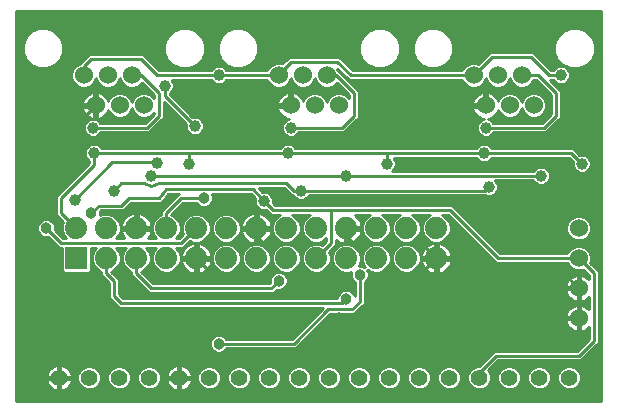
<source format=gbl>
G75*
%MOIN*%
%OFA0B0*%
%FSLAX24Y24*%
%IPPOS*%
%LPD*%
%AMOC8*
5,1,8,0,0,1.08239X$1,22.5*
%
%ADD10R,0.0740X0.0740*%
%ADD11C,0.0740*%
%ADD12C,0.0600*%
%ADD13C,0.0560*%
%ADD14C,0.0390*%
%ADD15C,0.0100*%
%ADD16C,0.0380*%
D10*
X003899Y017649D03*
D11*
X004899Y017649D03*
X005899Y017649D03*
X006899Y017649D03*
X007899Y017649D03*
X008899Y017649D03*
X008899Y018649D03*
X007899Y018649D03*
X006899Y018649D03*
X005899Y018649D03*
X004899Y018649D03*
X003899Y018649D03*
X009899Y018649D03*
X010899Y018649D03*
X011899Y018649D03*
X012899Y018649D03*
X013899Y018649D03*
X014899Y018649D03*
X015899Y018649D03*
X015899Y017649D03*
X014899Y017649D03*
X013899Y017649D03*
X012899Y017649D03*
X011899Y017649D03*
X010899Y017649D03*
X009899Y017649D03*
D12*
X011046Y022743D03*
X011849Y022743D03*
X012652Y022743D03*
X012251Y023743D03*
X011448Y023743D03*
X010645Y023743D03*
X006152Y022743D03*
X005349Y022743D03*
X004546Y022743D03*
X004145Y023743D03*
X004948Y023743D03*
X005751Y023743D03*
X017145Y023743D03*
X017948Y023743D03*
X018751Y023743D03*
X019152Y022743D03*
X018349Y022743D03*
X017546Y022743D03*
X020649Y018649D03*
X020649Y017649D03*
X020649Y016649D03*
X020649Y015649D03*
D13*
X020330Y013664D03*
X019330Y013664D03*
X018330Y013664D03*
X017330Y013664D03*
X016330Y013664D03*
X015330Y013664D03*
X014330Y013664D03*
X013330Y013664D03*
X012330Y013664D03*
X011330Y013664D03*
X010330Y013664D03*
X009330Y013664D03*
X008330Y013664D03*
X007330Y013664D03*
X006330Y013664D03*
X005330Y013664D03*
X004330Y013664D03*
X003330Y013664D03*
D14*
X002449Y016899D03*
X003849Y019599D03*
X005149Y019899D03*
X006399Y020399D03*
X006599Y020819D03*
X007649Y020799D03*
X007649Y021549D03*
X007849Y022049D03*
X006849Y023399D03*
X008649Y023749D03*
X011049Y021999D03*
X010949Y021149D03*
X011399Y019899D03*
X010149Y019549D03*
X012899Y020399D03*
X014249Y020799D03*
X014299Y021549D03*
X017499Y021149D03*
X017549Y021999D03*
X019399Y020399D03*
X020749Y020799D03*
X020799Y021549D03*
X020049Y023749D03*
X017649Y020019D03*
X004499Y021149D03*
X004449Y021999D03*
D15*
X001899Y025899D02*
X001899Y012899D01*
X021399Y012899D01*
X021399Y025899D01*
X001899Y025899D01*
X001899Y025848D02*
X021399Y025848D01*
X021399Y025749D02*
X001899Y025749D01*
X001899Y025651D02*
X021399Y025651D01*
X021399Y025552D02*
X001899Y025552D01*
X001899Y025454D02*
X021399Y025454D01*
X021399Y025355D02*
X001899Y025355D01*
X001899Y025257D02*
X002497Y025257D01*
X002405Y025219D02*
X002216Y025029D01*
X002114Y024782D01*
X002114Y024515D01*
X002216Y024268D01*
X002405Y024078D01*
X002653Y023976D01*
X002920Y023976D01*
X003167Y024078D01*
X003356Y024268D01*
X003459Y024515D01*
X003459Y024782D01*
X003356Y025029D01*
X003167Y025219D01*
X002920Y025321D01*
X002653Y025321D01*
X002405Y025219D01*
X002345Y025158D02*
X001899Y025158D01*
X001899Y025060D02*
X002246Y025060D01*
X002188Y024961D02*
X001899Y024961D01*
X001899Y024863D02*
X002147Y024863D01*
X002114Y024764D02*
X001899Y024764D01*
X001899Y024666D02*
X002114Y024666D01*
X002114Y024567D02*
X001899Y024567D01*
X001899Y024469D02*
X002133Y024469D01*
X002174Y024370D02*
X001899Y024370D01*
X001899Y024272D02*
X002215Y024272D01*
X002311Y024173D02*
X001899Y024173D01*
X001899Y024075D02*
X002415Y024075D01*
X001899Y023976D02*
X003798Y023976D01*
X003797Y023975D02*
X003735Y023825D01*
X003735Y023661D01*
X003797Y023511D01*
X003912Y023395D01*
X004063Y023333D01*
X004226Y023333D01*
X004377Y023395D01*
X004492Y023511D01*
X004546Y023641D01*
X004600Y023511D01*
X004715Y023395D01*
X004866Y023333D01*
X005029Y023333D01*
X005180Y023395D01*
X005295Y023511D01*
X005349Y023641D01*
X005403Y023511D01*
X005519Y023395D01*
X005669Y023333D01*
X005832Y023333D01*
X005983Y023395D01*
X006079Y023492D01*
X006489Y023082D01*
X006489Y022987D01*
X006385Y023091D01*
X006234Y023153D01*
X006071Y023153D01*
X005920Y023091D01*
X005805Y022975D01*
X005751Y022845D01*
X005697Y022975D01*
X005582Y023091D01*
X005431Y023153D01*
X005268Y023153D01*
X005117Y023091D01*
X005002Y022975D01*
X004969Y022897D01*
X004963Y022916D01*
X004931Y022979D01*
X004889Y023036D01*
X004839Y023086D01*
X004782Y023128D01*
X004719Y023160D01*
X004652Y023182D01*
X004585Y023192D01*
X004585Y022782D01*
X004508Y022782D01*
X004508Y023192D01*
X004441Y023182D01*
X004373Y023160D01*
X004310Y023128D01*
X004253Y023086D01*
X004203Y023036D01*
X004161Y022979D01*
X004129Y022916D01*
X004107Y022848D01*
X004097Y022782D01*
X004508Y022782D01*
X004508Y022704D01*
X004585Y022704D01*
X004585Y022293D01*
X004652Y022304D01*
X004719Y022326D01*
X004782Y022358D01*
X004839Y022400D01*
X004889Y022450D01*
X004931Y022507D01*
X004963Y022570D01*
X004969Y022589D01*
X005002Y022511D01*
X005117Y022395D01*
X005268Y022333D01*
X005431Y022333D01*
X005582Y022395D01*
X005697Y022511D01*
X005751Y022641D01*
X005805Y022511D01*
X005920Y022395D01*
X006071Y022333D01*
X006234Y022333D01*
X006385Y022395D01*
X006489Y022499D01*
X006489Y022465D01*
X006182Y022159D01*
X004712Y022159D01*
X004707Y022171D01*
X004621Y022257D01*
X004509Y022304D01*
X004508Y022304D01*
X004508Y022704D01*
X004097Y022704D01*
X004107Y022638D01*
X004129Y022570D01*
X004161Y022507D01*
X004203Y022450D01*
X004253Y022400D01*
X004310Y022358D01*
X004373Y022326D01*
X004441Y022304D01*
X004444Y022304D01*
X004388Y022304D01*
X004276Y022257D01*
X004190Y022171D01*
X004144Y022059D01*
X004144Y021938D01*
X004190Y021826D01*
X004276Y021740D01*
X004388Y021694D01*
X004509Y021694D01*
X004621Y021740D01*
X004707Y021826D01*
X004712Y021839D01*
X006315Y021839D01*
X006715Y022239D01*
X006809Y022332D01*
X006809Y022862D01*
X007549Y022122D01*
X007544Y022109D01*
X007544Y021988D01*
X007590Y021876D01*
X007676Y021790D01*
X007788Y021744D01*
X007909Y021744D01*
X008021Y021790D01*
X008107Y021876D01*
X008154Y021988D01*
X008154Y022109D01*
X008107Y022221D01*
X008021Y022307D01*
X007909Y022354D01*
X007788Y022354D01*
X007775Y022348D01*
X007009Y023115D01*
X007009Y023135D01*
X007021Y023140D01*
X007107Y023226D01*
X007154Y023338D01*
X007154Y023459D01*
X007107Y023571D01*
X007090Y023589D01*
X008385Y023589D01*
X008390Y023576D01*
X008476Y023490D01*
X008588Y023444D01*
X008709Y023444D01*
X008821Y023490D01*
X008907Y023576D01*
X008912Y023589D01*
X010265Y023589D01*
X010297Y023511D01*
X010412Y023395D01*
X010563Y023333D01*
X010726Y023333D01*
X010877Y023395D01*
X010992Y023511D01*
X011046Y023641D01*
X011100Y023511D01*
X011215Y023395D01*
X011366Y023333D01*
X011529Y023333D01*
X011680Y023395D01*
X011795Y023511D01*
X011849Y023641D01*
X011903Y023511D01*
X012019Y023395D01*
X012169Y023333D01*
X012332Y023333D01*
X012483Y023395D01*
X012579Y023492D01*
X012989Y023082D01*
X012989Y022987D01*
X012885Y023091D01*
X012734Y023153D01*
X012571Y023153D01*
X012420Y023091D01*
X012305Y022975D01*
X012251Y022845D01*
X012197Y022975D01*
X012082Y023091D01*
X011931Y023153D01*
X011768Y023153D01*
X011617Y023091D01*
X011502Y022975D01*
X011469Y022897D01*
X011463Y022916D01*
X011431Y022979D01*
X011389Y023036D01*
X011339Y023086D01*
X011282Y023128D01*
X011219Y023160D01*
X011152Y023182D01*
X011085Y023192D01*
X011085Y022782D01*
X011008Y022782D01*
X011008Y023192D01*
X010941Y023182D01*
X010873Y023160D01*
X010810Y023128D01*
X010753Y023086D01*
X010703Y023036D01*
X010661Y022979D01*
X010629Y022916D01*
X010607Y022848D01*
X010597Y022782D01*
X011008Y022782D01*
X011008Y022704D01*
X010597Y022704D01*
X010607Y022638D01*
X010629Y022570D01*
X010661Y022507D01*
X010703Y022450D01*
X010753Y022400D01*
X010810Y022358D01*
X010873Y022326D01*
X010941Y022304D01*
X010976Y022299D01*
X010876Y022257D01*
X010790Y022171D01*
X010744Y022059D01*
X010744Y021938D01*
X010790Y021826D01*
X010876Y021740D01*
X010988Y021694D01*
X011109Y021694D01*
X011221Y021740D01*
X011307Y021826D01*
X011312Y021839D01*
X012815Y021839D01*
X013215Y022239D01*
X013309Y022332D01*
X013309Y023215D01*
X012714Y023809D01*
X012634Y023889D01*
X012601Y023970D01*
X012889Y023682D01*
X012982Y023589D01*
X016765Y023589D01*
X016797Y023511D01*
X016912Y023395D01*
X017063Y023333D01*
X017226Y023333D01*
X017377Y023395D01*
X017492Y023511D01*
X017546Y023641D01*
X017600Y023511D01*
X017715Y023395D01*
X017866Y023333D01*
X018029Y023333D01*
X018180Y023395D01*
X018295Y023511D01*
X018349Y023641D01*
X018403Y023511D01*
X018519Y023395D01*
X018669Y023333D01*
X018832Y023333D01*
X018983Y023395D01*
X019098Y023511D01*
X019128Y023583D01*
X019238Y023583D01*
X019739Y023082D01*
X019739Y022465D01*
X019432Y022159D01*
X017812Y022159D01*
X017807Y022171D01*
X017721Y022257D01*
X017620Y022299D01*
X017652Y022304D01*
X017719Y022326D01*
X017782Y022358D01*
X017839Y022400D01*
X017889Y022450D01*
X017931Y022507D01*
X017963Y022570D01*
X017969Y022589D01*
X018002Y022511D01*
X018117Y022395D01*
X018268Y022333D01*
X018431Y022333D01*
X018582Y022395D01*
X018697Y022511D01*
X018751Y022641D01*
X018805Y022511D01*
X018920Y022395D01*
X019071Y022333D01*
X019234Y022333D01*
X019385Y022395D01*
X019500Y022511D01*
X019562Y022661D01*
X019562Y022825D01*
X019500Y022975D01*
X019385Y023091D01*
X019234Y023153D01*
X019071Y023153D01*
X018920Y023091D01*
X018805Y022975D01*
X018751Y022845D01*
X018697Y022975D01*
X018582Y023091D01*
X018431Y023153D01*
X018268Y023153D01*
X018117Y023091D01*
X018002Y022975D01*
X017969Y022897D01*
X017963Y022916D01*
X017931Y022979D01*
X017889Y023036D01*
X017839Y023086D01*
X017782Y023128D01*
X017719Y023160D01*
X017652Y023182D01*
X017585Y023192D01*
X017585Y022782D01*
X017508Y022782D01*
X017508Y023192D01*
X017441Y023182D01*
X017373Y023160D01*
X017310Y023128D01*
X017253Y023086D01*
X017203Y023036D01*
X017161Y022979D01*
X017129Y022916D01*
X017107Y022848D01*
X017097Y022782D01*
X017508Y022782D01*
X017508Y022704D01*
X017097Y022704D01*
X017107Y022638D01*
X017129Y022570D01*
X017161Y022507D01*
X017203Y022450D01*
X017253Y022400D01*
X017310Y022358D01*
X017373Y022326D01*
X017441Y022304D01*
X017476Y022299D01*
X017376Y022257D01*
X017290Y022171D01*
X017244Y022059D01*
X017244Y021938D01*
X017290Y021826D01*
X017376Y021740D01*
X017488Y021694D01*
X017609Y021694D01*
X017721Y021740D01*
X017807Y021826D01*
X017812Y021839D01*
X019565Y021839D01*
X019965Y022239D01*
X020059Y022332D01*
X020059Y023215D01*
X019685Y023589D01*
X019785Y023589D01*
X019790Y023576D01*
X019876Y023490D01*
X019988Y023444D01*
X020109Y023444D01*
X020221Y023490D01*
X020307Y023576D01*
X020354Y023688D01*
X020354Y023809D01*
X020307Y023921D01*
X020221Y024007D01*
X020109Y024054D01*
X019988Y024054D01*
X019876Y024007D01*
X019790Y023921D01*
X019785Y023909D01*
X019715Y023909D01*
X019209Y024415D01*
X019115Y024509D01*
X017684Y024509D01*
X017298Y024123D01*
X017226Y024153D01*
X017063Y024153D01*
X016912Y024091D01*
X016797Y023975D01*
X016769Y023909D01*
X013115Y023909D01*
X012665Y024359D01*
X010982Y024359D01*
X010889Y024265D01*
X010762Y024138D01*
X010726Y024153D01*
X010563Y024153D01*
X010412Y024091D01*
X010297Y023975D01*
X010269Y023909D01*
X008912Y023909D01*
X008907Y023921D01*
X008821Y024007D01*
X008709Y024054D01*
X008588Y024054D01*
X008476Y024007D01*
X008390Y023921D01*
X008385Y023909D01*
X006665Y023909D01*
X006115Y024459D01*
X004332Y024459D01*
X004239Y024365D01*
X004001Y024127D01*
X003912Y024091D01*
X003797Y023975D01*
X003757Y023878D02*
X001899Y023878D01*
X001899Y023779D02*
X003735Y023779D01*
X003735Y023681D02*
X001899Y023681D01*
X001899Y023582D02*
X003767Y023582D01*
X003824Y023484D02*
X001899Y023484D01*
X001899Y023385D02*
X003937Y023385D01*
X004145Y023743D02*
X004145Y024045D01*
X004399Y024299D01*
X006049Y024299D01*
X006599Y023749D01*
X008649Y023749D01*
X010639Y023749D01*
X010645Y023743D01*
X010645Y023795D01*
X011049Y024199D01*
X012599Y024199D01*
X013049Y023749D01*
X017139Y023749D01*
X017145Y023743D01*
X017750Y024349D01*
X019049Y024349D01*
X019649Y023749D01*
X020049Y023749D01*
X020325Y023878D02*
X021399Y023878D01*
X021399Y023976D02*
X020252Y023976D01*
X020377Y023976D02*
X020644Y023976D01*
X020892Y024078D01*
X021081Y024268D01*
X021183Y024515D01*
X021183Y024782D01*
X021081Y025029D01*
X020892Y025219D01*
X020644Y025321D01*
X020377Y025321D01*
X020130Y025219D01*
X019941Y025029D01*
X019838Y024782D01*
X019838Y024515D01*
X019941Y024268D01*
X020130Y024078D01*
X020377Y023976D01*
X020354Y023779D02*
X021399Y023779D01*
X021399Y023681D02*
X020350Y023681D01*
X020310Y023582D02*
X021399Y023582D01*
X021399Y023484D02*
X020206Y023484D01*
X019987Y023287D02*
X021399Y023287D01*
X021399Y023385D02*
X019888Y023385D01*
X019891Y023484D02*
X019790Y023484D01*
X019787Y023582D02*
X019691Y023582D01*
X019436Y023385D02*
X018958Y023385D01*
X019071Y023484D02*
X019337Y023484D01*
X019239Y023582D02*
X019128Y023582D01*
X019304Y023743D02*
X018751Y023743D01*
X018374Y023582D02*
X018325Y023582D01*
X018268Y023484D02*
X018430Y023484D01*
X018544Y023385D02*
X018155Y023385D01*
X018116Y023090D02*
X017835Y023090D01*
X017922Y022991D02*
X018018Y022991D01*
X017585Y022991D02*
X017508Y022991D01*
X017508Y022893D02*
X017585Y022893D01*
X017585Y022794D02*
X017508Y022794D01*
X017170Y022991D02*
X013309Y022991D01*
X013309Y022893D02*
X017122Y022893D01*
X017099Y022794D02*
X013309Y022794D01*
X013309Y022696D02*
X017098Y022696D01*
X017120Y022597D02*
X013309Y022597D01*
X013309Y022499D02*
X017168Y022499D01*
X017253Y022400D02*
X013309Y022400D01*
X013278Y022302D02*
X017457Y022302D01*
X017322Y022203D02*
X013179Y022203D01*
X013081Y022105D02*
X017262Y022105D01*
X017244Y022006D02*
X012982Y022006D01*
X012884Y021908D02*
X017256Y021908D01*
X017307Y021809D02*
X011290Y021809D01*
X011150Y021711D02*
X017447Y021711D01*
X017650Y021711D02*
X021399Y021711D01*
X021399Y021809D02*
X017790Y021809D01*
X017549Y021999D02*
X019499Y021999D01*
X019899Y022399D01*
X019899Y023149D01*
X019304Y023743D01*
X019549Y024075D02*
X020139Y024075D01*
X020035Y024173D02*
X019450Y024173D01*
X019352Y024272D02*
X019939Y024272D01*
X019898Y024370D02*
X019253Y024370D01*
X019155Y024469D02*
X019857Y024469D01*
X019838Y024567D02*
X016459Y024567D01*
X016459Y024515D02*
X016356Y024268D01*
X016167Y024078D01*
X015920Y023976D01*
X015653Y023976D01*
X015405Y024078D01*
X015216Y024268D01*
X015114Y024515D01*
X015114Y024782D01*
X015216Y025029D01*
X015405Y025219D01*
X015653Y025321D01*
X015920Y025321D01*
X016167Y025219D01*
X016356Y025029D01*
X016459Y024782D01*
X016459Y024515D01*
X016440Y024469D02*
X017644Y024469D01*
X017545Y024370D02*
X016399Y024370D01*
X016358Y024272D02*
X017447Y024272D01*
X017348Y024173D02*
X016262Y024173D01*
X016158Y024075D02*
X016896Y024075D01*
X016798Y023976D02*
X013047Y023976D01*
X012949Y024075D02*
X013639Y024075D01*
X013630Y024078D02*
X013877Y023976D01*
X014144Y023976D01*
X014392Y024078D01*
X014581Y024268D01*
X014683Y024515D01*
X014683Y024782D01*
X014581Y025029D01*
X014392Y025219D01*
X014144Y025321D01*
X013877Y025321D01*
X013630Y025219D01*
X013441Y025029D01*
X013338Y024782D01*
X013338Y024515D01*
X013441Y024268D01*
X013630Y024078D01*
X013535Y024173D02*
X012850Y024173D01*
X012752Y024272D02*
X013439Y024272D01*
X013398Y024370D02*
X009899Y024370D01*
X009940Y024469D02*
X013357Y024469D01*
X013338Y024567D02*
X009959Y024567D01*
X009959Y024515D02*
X009856Y024268D01*
X009667Y024078D01*
X009420Y023976D01*
X009153Y023976D01*
X008905Y024078D01*
X008716Y024268D01*
X008614Y024515D01*
X008614Y024782D01*
X008716Y025029D01*
X008905Y025219D01*
X009153Y025321D01*
X009420Y025321D01*
X009667Y025219D01*
X009856Y025029D01*
X009959Y024782D01*
X009959Y024515D01*
X009959Y024666D02*
X013338Y024666D01*
X013338Y024764D02*
X009959Y024764D01*
X009925Y024863D02*
X013372Y024863D01*
X013412Y024961D02*
X009885Y024961D01*
X009826Y025060D02*
X013471Y025060D01*
X013569Y025158D02*
X009728Y025158D01*
X009576Y025257D02*
X013721Y025257D01*
X014300Y025257D02*
X015497Y025257D01*
X015345Y025158D02*
X014452Y025158D01*
X014551Y025060D02*
X015246Y025060D01*
X015188Y024961D02*
X014609Y024961D01*
X014650Y024863D02*
X015147Y024863D01*
X015114Y024764D02*
X014683Y024764D01*
X014683Y024666D02*
X015114Y024666D01*
X015114Y024567D02*
X014683Y024567D01*
X014664Y024469D02*
X015133Y024469D01*
X015174Y024370D02*
X014623Y024370D01*
X014582Y024272D02*
X015215Y024272D01*
X015311Y024173D02*
X014486Y024173D01*
X014382Y024075D02*
X015415Y024075D01*
X016459Y024666D02*
X019838Y024666D01*
X019838Y024764D02*
X016459Y024764D01*
X016425Y024863D02*
X019872Y024863D01*
X019912Y024961D02*
X016385Y024961D01*
X016326Y025060D02*
X019971Y025060D01*
X020069Y025158D02*
X016228Y025158D01*
X016076Y025257D02*
X020221Y025257D01*
X020800Y025257D02*
X021399Y025257D01*
X021399Y025158D02*
X020952Y025158D01*
X021051Y025060D02*
X021399Y025060D01*
X021399Y024961D02*
X021109Y024961D01*
X021150Y024863D02*
X021399Y024863D01*
X021399Y024764D02*
X021183Y024764D01*
X021183Y024666D02*
X021399Y024666D01*
X021399Y024567D02*
X021183Y024567D01*
X021164Y024469D02*
X021399Y024469D01*
X021399Y024370D02*
X021123Y024370D01*
X021082Y024272D02*
X021399Y024272D01*
X021399Y024173D02*
X020986Y024173D01*
X020882Y024075D02*
X021399Y024075D01*
X021399Y023188D02*
X020059Y023188D01*
X020059Y023090D02*
X021399Y023090D01*
X021399Y022991D02*
X020059Y022991D01*
X020059Y022893D02*
X021399Y022893D01*
X021399Y022794D02*
X020059Y022794D01*
X020059Y022696D02*
X021399Y022696D01*
X021399Y022597D02*
X020059Y022597D01*
X020059Y022499D02*
X021399Y022499D01*
X021399Y022400D02*
X020059Y022400D01*
X020028Y022302D02*
X021399Y022302D01*
X021399Y022203D02*
X019929Y022203D01*
X019831Y022105D02*
X021399Y022105D01*
X021399Y022006D02*
X019732Y022006D01*
X019634Y021908D02*
X021399Y021908D01*
X021399Y021612D02*
X001899Y021612D01*
X001899Y021514D02*
X021399Y021514D01*
X021399Y021415D02*
X017652Y021415D01*
X017671Y021407D02*
X017559Y021454D01*
X017438Y021454D01*
X017326Y021407D01*
X017240Y021321D01*
X017235Y021309D01*
X011212Y021309D01*
X011207Y021321D01*
X011121Y021407D01*
X011009Y021454D01*
X010888Y021454D01*
X010776Y021407D01*
X010690Y021321D01*
X010685Y021309D01*
X004762Y021309D01*
X004757Y021321D01*
X004671Y021407D01*
X004559Y021454D01*
X004438Y021454D01*
X004326Y021407D01*
X004240Y021321D01*
X004194Y021209D01*
X004194Y021088D01*
X004240Y020976D01*
X004326Y020890D01*
X004339Y020885D01*
X004339Y020815D01*
X003239Y019715D01*
X003239Y019082D01*
X003332Y018989D01*
X003465Y018856D01*
X003419Y018744D01*
X003419Y018553D01*
X003492Y018377D01*
X003560Y018309D01*
X003465Y018309D01*
X003194Y018579D01*
X003199Y018589D01*
X003199Y018708D01*
X003153Y018818D01*
X003068Y018903D01*
X002958Y018949D01*
X002839Y018949D01*
X002729Y018903D01*
X002644Y018818D01*
X002599Y018708D01*
X002599Y018589D01*
X002644Y018479D01*
X002729Y018394D01*
X002839Y018349D01*
X002958Y018349D01*
X002968Y018353D01*
X003239Y018082D01*
X003332Y017989D01*
X003419Y017989D01*
X003419Y017233D01*
X003483Y017169D01*
X004314Y017169D01*
X004379Y017233D01*
X004379Y017989D01*
X004560Y017989D01*
X004492Y017920D01*
X004419Y017744D01*
X004419Y017553D01*
X004492Y017377D01*
X004627Y017242D01*
X004739Y017195D01*
X004739Y017082D01*
X004832Y016989D01*
X004989Y016832D01*
X004989Y016332D01*
X005332Y015989D01*
X012112Y015989D01*
X011082Y014959D01*
X008907Y014959D01*
X008903Y014968D01*
X008818Y015053D01*
X008708Y015099D01*
X008589Y015099D01*
X008479Y015053D01*
X008394Y014968D01*
X008349Y014858D01*
X008349Y014739D01*
X008394Y014629D01*
X008479Y014544D01*
X008589Y014499D01*
X008708Y014499D01*
X008818Y014544D01*
X008903Y014629D01*
X008907Y014639D01*
X011215Y014639D01*
X012365Y015789D01*
X013165Y015789D01*
X013415Y016039D01*
X013509Y016132D01*
X013509Y016840D01*
X013518Y016844D01*
X013603Y016929D01*
X013649Y017039D01*
X013649Y017158D01*
X013605Y017263D01*
X013627Y017242D01*
X013803Y017169D01*
X013994Y017169D01*
X014170Y017242D01*
X014305Y017377D01*
X014379Y017553D01*
X014379Y017744D01*
X014305Y017920D01*
X014170Y018055D01*
X013994Y018129D01*
X013803Y018129D01*
X013627Y018055D01*
X013492Y017920D01*
X013419Y017744D01*
X013419Y017553D01*
X013492Y017377D01*
X013513Y017355D01*
X013408Y017399D01*
X013314Y017399D01*
X013379Y017553D01*
X013379Y017744D01*
X013305Y017920D01*
X013170Y018055D01*
X012994Y018129D01*
X012803Y018129D01*
X012627Y018055D01*
X012492Y017920D01*
X012419Y017744D01*
X012419Y017553D01*
X012492Y017377D01*
X012627Y017242D01*
X012803Y017169D01*
X012994Y017169D01*
X013065Y017198D01*
X013049Y017158D01*
X013049Y017039D01*
X013094Y016929D01*
X013179Y016844D01*
X013189Y016840D01*
X013189Y016382D01*
X013153Y016468D01*
X013068Y016553D01*
X012958Y016599D01*
X012839Y016599D01*
X012729Y016553D01*
X012644Y016468D01*
X012599Y016358D01*
X012599Y016309D01*
X005465Y016309D01*
X005309Y016465D01*
X005309Y016965D01*
X005072Y017201D01*
X005170Y017242D01*
X005305Y017377D01*
X005379Y017553D01*
X005379Y017744D01*
X005305Y017920D01*
X005237Y017989D01*
X005560Y017989D01*
X005492Y017920D01*
X005419Y017744D01*
X005419Y017553D01*
X005492Y017377D01*
X005627Y017242D01*
X005739Y017195D01*
X005739Y017082D01*
X005832Y016989D01*
X006332Y016489D01*
X010465Y016489D01*
X010579Y016603D01*
X010589Y016599D01*
X010708Y016599D01*
X010818Y016644D01*
X010903Y016729D01*
X010949Y016839D01*
X010949Y016958D01*
X010903Y017068D01*
X010818Y017153D01*
X010708Y017199D01*
X010589Y017199D01*
X010479Y017153D01*
X010394Y017068D01*
X010349Y016958D01*
X010349Y016839D01*
X010353Y016829D01*
X010332Y016809D01*
X006465Y016809D01*
X006072Y017201D01*
X006170Y017242D01*
X006305Y017377D01*
X006379Y017553D01*
X006379Y017744D01*
X006305Y017920D01*
X006237Y017989D01*
X006560Y017989D01*
X006492Y017920D01*
X006419Y017744D01*
X006419Y017553D01*
X006492Y017377D01*
X006627Y017242D01*
X006803Y017169D01*
X006994Y017169D01*
X007170Y017242D01*
X007305Y017377D01*
X007379Y017553D01*
X007379Y017744D01*
X007305Y017920D01*
X007237Y017989D01*
X007465Y017989D01*
X007691Y018215D01*
X007803Y018169D01*
X007994Y018169D01*
X008170Y018242D01*
X008305Y018377D01*
X008379Y018553D01*
X008379Y018744D01*
X008305Y018920D01*
X008170Y019055D01*
X007994Y019129D01*
X007803Y019129D01*
X007627Y019055D01*
X007492Y018920D01*
X007419Y018744D01*
X007419Y018553D01*
X007465Y018441D01*
X007332Y018309D01*
X007237Y018309D01*
X007305Y018377D01*
X007379Y018553D01*
X007379Y018744D01*
X007305Y018920D01*
X007170Y019055D01*
X007072Y019096D01*
X007465Y019489D01*
X007890Y019489D01*
X007894Y019479D01*
X007979Y019394D01*
X008089Y019349D01*
X008208Y019349D01*
X008318Y019394D01*
X008403Y019479D01*
X008449Y019589D01*
X008449Y019708D01*
X008411Y019799D01*
X009725Y019799D01*
X009858Y019643D01*
X009844Y019609D01*
X009844Y019488D01*
X009890Y019376D01*
X009976Y019290D01*
X010088Y019244D01*
X010209Y019244D01*
X010222Y019249D01*
X010289Y019182D01*
X010382Y019089D01*
X010706Y019089D01*
X010627Y019055D01*
X010492Y018920D01*
X010419Y018744D01*
X010419Y018553D01*
X010492Y018377D01*
X010627Y018242D01*
X010803Y018169D01*
X010994Y018169D01*
X011170Y018242D01*
X011305Y018377D01*
X011379Y018553D01*
X011379Y018744D01*
X011305Y018920D01*
X011170Y019055D01*
X011091Y019089D01*
X011706Y019089D01*
X011627Y019055D01*
X011492Y018920D01*
X011419Y018744D01*
X011419Y018553D01*
X011492Y018377D01*
X011627Y018242D01*
X011803Y018169D01*
X011994Y018169D01*
X012170Y018242D01*
X012239Y018310D01*
X012239Y018215D01*
X012106Y018082D01*
X011994Y018129D01*
X011803Y018129D01*
X011627Y018055D01*
X011492Y017920D01*
X011419Y017744D01*
X011419Y017553D01*
X011492Y017377D01*
X011627Y017242D01*
X011803Y017169D01*
X011994Y017169D01*
X012170Y017242D01*
X012305Y017377D01*
X012379Y017553D01*
X012379Y017744D01*
X012332Y017856D01*
X012465Y017989D01*
X012559Y018082D01*
X012559Y018253D01*
X012560Y018252D01*
X012626Y018204D01*
X012699Y018167D01*
X012777Y018141D01*
X012849Y018130D01*
X012849Y018598D01*
X012949Y018598D01*
X012949Y018599D02*
X012949Y018699D01*
X013417Y018699D01*
X013406Y018770D01*
X013380Y018848D01*
X013343Y018921D01*
X013295Y018987D01*
X013237Y019045D01*
X013178Y019089D01*
X013706Y019089D01*
X013627Y019055D01*
X013492Y018920D01*
X013419Y018744D01*
X013419Y018553D01*
X013492Y018377D01*
X013627Y018242D01*
X013803Y018169D01*
X013994Y018169D01*
X014170Y018242D01*
X014305Y018377D01*
X014379Y018553D01*
X014379Y018744D01*
X014305Y018920D01*
X014170Y019055D01*
X014091Y019089D01*
X014706Y019089D01*
X014627Y019055D01*
X014492Y018920D01*
X014419Y018744D01*
X014419Y018553D01*
X014492Y018377D01*
X014627Y018242D01*
X014803Y018169D01*
X014994Y018169D01*
X015170Y018242D01*
X015305Y018377D01*
X015379Y018553D01*
X015379Y018744D01*
X015305Y018920D01*
X015170Y019055D01*
X015091Y019089D01*
X015706Y019089D01*
X015627Y019055D01*
X015492Y018920D01*
X015419Y018744D01*
X015419Y018553D01*
X015492Y018377D01*
X015627Y018242D01*
X015803Y018169D01*
X015994Y018169D01*
X016170Y018242D01*
X016305Y018377D01*
X016379Y018553D01*
X016379Y018744D01*
X016305Y018920D01*
X016170Y019055D01*
X016091Y019089D01*
X016282Y019089D01*
X017789Y017582D01*
X017882Y017489D01*
X020271Y017489D01*
X020301Y017416D01*
X020416Y017301D01*
X020567Y017239D01*
X020730Y017239D01*
X020802Y017268D01*
X020989Y017082D01*
X020989Y016945D01*
X020942Y016992D01*
X020884Y017033D01*
X020821Y017066D01*
X020754Y017087D01*
X020684Y017099D01*
X020677Y017099D01*
X020677Y016677D01*
X020620Y016677D01*
X020620Y016620D01*
X020677Y016620D01*
X020677Y016199D01*
X020684Y016199D01*
X020754Y016210D01*
X020821Y016231D01*
X020884Y016264D01*
X020942Y016305D01*
X020989Y016352D01*
X020989Y015945D01*
X020942Y015992D01*
X020884Y016033D01*
X020821Y016066D01*
X020754Y016087D01*
X020684Y016099D01*
X020677Y016099D01*
X020677Y015677D01*
X020620Y015677D01*
X020620Y015620D01*
X020677Y015620D01*
X020677Y015199D01*
X020684Y015199D01*
X020754Y015210D01*
X020821Y015231D01*
X020884Y015264D01*
X020942Y015305D01*
X020989Y015352D01*
X020989Y014965D01*
X020582Y014559D01*
X017832Y014559D01*
X017739Y014465D01*
X017328Y014054D01*
X017252Y014054D01*
X017109Y013995D01*
X016999Y013885D01*
X016940Y013742D01*
X016940Y013587D01*
X016999Y013443D01*
X017109Y013334D01*
X017252Y013274D01*
X017407Y013274D01*
X017551Y013334D01*
X017660Y013443D01*
X017720Y013587D01*
X017720Y013742D01*
X017660Y013885D01*
X017636Y013910D01*
X017965Y014239D01*
X020715Y014239D01*
X021215Y014739D01*
X021309Y014832D01*
X021309Y017215D01*
X021029Y017495D01*
X021059Y017567D01*
X021059Y017730D01*
X020996Y017881D01*
X020881Y017996D01*
X020730Y018059D01*
X020567Y018059D01*
X020416Y017996D01*
X020301Y017881D01*
X020271Y017809D01*
X018015Y017809D01*
X016415Y019409D01*
X010515Y019409D01*
X010448Y019475D01*
X010454Y019488D01*
X010454Y019609D01*
X010407Y019721D01*
X010321Y019807D01*
X010209Y019854D01*
X010099Y019854D01*
X009983Y019989D01*
X010832Y019989D01*
X010989Y019832D01*
X011082Y019739D01*
X011135Y019739D01*
X011140Y019726D01*
X011226Y019640D01*
X011338Y019594D01*
X011459Y019594D01*
X011571Y019640D01*
X011657Y019726D01*
X011662Y019739D01*
X017527Y019739D01*
X017588Y019714D01*
X017709Y019714D01*
X017821Y019760D01*
X017907Y019846D01*
X017954Y019958D01*
X017954Y020079D01*
X017907Y020191D01*
X017860Y020239D01*
X019135Y020239D01*
X019140Y020226D01*
X019226Y020140D01*
X019338Y020094D01*
X019459Y020094D01*
X019571Y020140D01*
X019657Y020226D01*
X019704Y020338D01*
X019704Y020459D01*
X019657Y020571D01*
X019571Y020657D01*
X019459Y020704D01*
X019338Y020704D01*
X019226Y020657D01*
X019140Y020571D01*
X019135Y020559D01*
X014440Y020559D01*
X014507Y020626D01*
X014554Y020738D01*
X014554Y020859D01*
X014507Y020971D01*
X014490Y020989D01*
X017235Y020989D01*
X017240Y020976D01*
X017326Y020890D01*
X017438Y020844D01*
X017559Y020844D01*
X017671Y020890D01*
X017757Y020976D01*
X017762Y020989D01*
X020332Y020989D01*
X020449Y020872D01*
X020444Y020859D01*
X020444Y020738D01*
X020490Y020626D01*
X020576Y020540D01*
X020688Y020494D01*
X020809Y020494D01*
X020921Y020540D01*
X021007Y020626D01*
X021054Y020738D01*
X021054Y020859D01*
X021007Y020971D01*
X020921Y021057D01*
X020809Y021104D01*
X020688Y021104D01*
X020675Y021098D01*
X020465Y021309D01*
X017762Y021309D01*
X017757Y021321D01*
X017671Y021407D01*
X017759Y021317D02*
X021399Y021317D01*
X021399Y021218D02*
X020555Y021218D01*
X020654Y021120D02*
X021399Y021120D01*
X021399Y021021D02*
X020957Y021021D01*
X021027Y020923D02*
X021399Y020923D01*
X021399Y020824D02*
X021054Y020824D01*
X021048Y020726D02*
X021399Y020726D01*
X021399Y020627D02*
X021008Y020627D01*
X020894Y020529D02*
X021399Y020529D01*
X021399Y020430D02*
X019704Y020430D01*
X019701Y020332D02*
X021399Y020332D01*
X021399Y020233D02*
X019660Y020233D01*
X019558Y020135D02*
X021399Y020135D01*
X021399Y020036D02*
X017954Y020036D01*
X017945Y019938D02*
X021399Y019938D01*
X021399Y019839D02*
X017900Y019839D01*
X017774Y019741D02*
X021399Y019741D01*
X021399Y019642D02*
X011573Y019642D01*
X011399Y019899D02*
X011149Y019899D01*
X010899Y020149D01*
X006649Y020149D01*
X006399Y020049D01*
X006149Y020149D01*
X005399Y020149D01*
X005149Y019899D01*
X005649Y019649D02*
X006649Y019649D01*
X006899Y019959D01*
X009799Y019959D01*
X010149Y019549D01*
X010449Y019249D01*
X012399Y019249D01*
X012399Y018149D01*
X011899Y017649D01*
X012346Y017475D02*
X012451Y017475D01*
X012419Y017574D02*
X012379Y017574D01*
X012379Y017672D02*
X012419Y017672D01*
X012429Y017771D02*
X012368Y017771D01*
X012345Y017869D02*
X012470Y017869D01*
X012444Y017968D02*
X012539Y017968D01*
X012542Y018066D02*
X012652Y018066D01*
X012705Y018165D02*
X012559Y018165D01*
X012849Y018165D02*
X012949Y018165D01*
X012949Y018130D02*
X013020Y018141D01*
X013098Y018167D01*
X013171Y018204D01*
X013237Y018252D01*
X013295Y018310D01*
X013343Y018376D01*
X013380Y018449D01*
X013406Y018527D01*
X013417Y018599D01*
X012949Y018599D01*
X012949Y018598D02*
X012949Y018130D01*
X012949Y018263D02*
X012849Y018263D01*
X012849Y018362D02*
X012949Y018362D01*
X012899Y018399D02*
X013149Y018149D01*
X015399Y018149D01*
X015899Y017649D01*
X016399Y017649D01*
X016649Y017399D01*
X019899Y017399D01*
X020649Y016649D01*
X020620Y016677D02*
X020199Y016677D01*
X020199Y016684D01*
X020210Y016754D01*
X020231Y016821D01*
X020264Y016884D01*
X020305Y016942D01*
X020355Y016992D01*
X020413Y017033D01*
X020476Y017066D01*
X020543Y017087D01*
X020613Y017099D01*
X020620Y017099D01*
X020620Y016677D01*
X020620Y016687D02*
X020677Y016687D01*
X020620Y016620D02*
X020199Y016620D01*
X020199Y016613D01*
X020210Y016543D01*
X020231Y016476D01*
X020264Y016413D01*
X020305Y016355D01*
X020355Y016305D01*
X020413Y016264D01*
X020476Y016231D01*
X020543Y016210D01*
X020613Y016199D01*
X020620Y016199D01*
X020620Y016620D01*
X020620Y016589D02*
X020677Y016589D01*
X020677Y016490D02*
X020620Y016490D01*
X020620Y016392D02*
X020677Y016392D01*
X020677Y016293D02*
X020620Y016293D01*
X020620Y016099D02*
X020613Y016099D01*
X020543Y016087D01*
X020476Y016066D01*
X020413Y016033D01*
X020355Y015992D01*
X020305Y015942D01*
X020264Y015884D01*
X020231Y015821D01*
X020210Y015754D01*
X020199Y015684D01*
X020199Y015677D01*
X020620Y015677D01*
X020620Y016099D01*
X020620Y016096D02*
X020677Y016096D01*
X020700Y016096D02*
X020989Y016096D01*
X020989Y015998D02*
X020934Y015998D01*
X020989Y016195D02*
X013509Y016195D01*
X013509Y016293D02*
X020372Y016293D01*
X020279Y016392D02*
X013509Y016392D01*
X013509Y016490D02*
X020227Y016490D01*
X020202Y016589D02*
X013509Y016589D01*
X013509Y016687D02*
X020199Y016687D01*
X020220Y016786D02*
X013509Y016786D01*
X013558Y016884D02*
X020263Y016884D01*
X020346Y016983D02*
X013625Y016983D01*
X013649Y017081D02*
X020523Y017081D01*
X020620Y017081D02*
X020677Y017081D01*
X020774Y017081D02*
X020989Y017081D01*
X020989Y016983D02*
X020951Y016983D01*
X020891Y017180D02*
X016123Y017180D01*
X016098Y017167D02*
X016171Y017204D01*
X016237Y017252D01*
X016295Y017310D01*
X016343Y017376D01*
X016380Y017449D01*
X016406Y017527D01*
X016417Y017599D01*
X015949Y017599D01*
X015949Y017699D01*
X016417Y017699D01*
X016406Y017770D01*
X016380Y017848D01*
X016343Y017921D01*
X016295Y017987D01*
X016237Y018045D01*
X016171Y018093D01*
X016098Y018130D01*
X016020Y018156D01*
X015949Y018167D01*
X015949Y017699D01*
X015849Y017699D01*
X015849Y018167D01*
X015777Y018156D01*
X015699Y018130D01*
X015626Y018093D01*
X015560Y018045D01*
X015502Y017987D01*
X015454Y017921D01*
X015417Y017848D01*
X015391Y017770D01*
X015380Y017699D01*
X015848Y017699D01*
X015848Y017599D01*
X015380Y017599D01*
X015391Y017527D01*
X015417Y017449D01*
X015454Y017376D01*
X015502Y017310D01*
X015560Y017252D01*
X015626Y017204D01*
X015699Y017167D01*
X015777Y017141D01*
X015849Y017130D01*
X015849Y017598D01*
X015949Y017598D01*
X015949Y017130D01*
X016020Y017141D01*
X016098Y017167D01*
X015949Y017180D02*
X015849Y017180D01*
X015849Y017278D02*
X015949Y017278D01*
X015949Y017377D02*
X015849Y017377D01*
X015849Y017475D02*
X015949Y017475D01*
X015949Y017574D02*
X015849Y017574D01*
X015899Y017649D02*
X015399Y017149D01*
X015149Y017149D01*
X013649Y015649D01*
X012649Y015639D01*
X012278Y015702D02*
X020201Y015702D01*
X020199Y015620D02*
X020199Y015613D01*
X020210Y015543D01*
X020231Y015476D01*
X020264Y015413D01*
X020305Y015355D01*
X020355Y015305D01*
X020413Y015264D01*
X020476Y015231D01*
X020543Y015210D01*
X020613Y015199D01*
X020620Y015199D01*
X020620Y015620D01*
X020199Y015620D01*
X020200Y015604D02*
X012180Y015604D01*
X012081Y015505D02*
X020222Y015505D01*
X020268Y015407D02*
X011983Y015407D01*
X011884Y015308D02*
X020353Y015308D01*
X020544Y015210D02*
X011786Y015210D01*
X011687Y015111D02*
X020989Y015111D01*
X020989Y015013D02*
X011589Y015013D01*
X011490Y014914D02*
X020938Y014914D01*
X020839Y014816D02*
X011392Y014816D01*
X011293Y014717D02*
X020741Y014717D01*
X020642Y014619D02*
X008893Y014619D01*
X008760Y014520D02*
X017794Y014520D01*
X017695Y014422D02*
X001899Y014422D01*
X001899Y014520D02*
X008537Y014520D01*
X008404Y014619D02*
X001899Y014619D01*
X001899Y014717D02*
X008358Y014717D01*
X008349Y014816D02*
X001899Y014816D01*
X001899Y014914D02*
X008372Y014914D01*
X008438Y015013D02*
X001899Y015013D01*
X001899Y015111D02*
X011235Y015111D01*
X011333Y015210D02*
X001899Y015210D01*
X001899Y015308D02*
X011432Y015308D01*
X011530Y015407D02*
X001899Y015407D01*
X001899Y015505D02*
X011629Y015505D01*
X011727Y015604D02*
X001899Y015604D01*
X001899Y015702D02*
X011826Y015702D01*
X011924Y015801D02*
X001899Y015801D01*
X001899Y015899D02*
X012023Y015899D01*
X012299Y015949D02*
X013099Y015949D01*
X013349Y016199D01*
X013349Y017099D01*
X013461Y017377D02*
X013492Y017377D01*
X013451Y017475D02*
X013346Y017475D01*
X013379Y017574D02*
X013419Y017574D01*
X013419Y017672D02*
X013379Y017672D01*
X013368Y017771D02*
X013429Y017771D01*
X013470Y017869D02*
X013327Y017869D01*
X013258Y017968D02*
X013539Y017968D01*
X013652Y018066D02*
X013145Y018066D01*
X013092Y018165D02*
X015832Y018165D01*
X015849Y018165D02*
X015949Y018165D01*
X015965Y018165D02*
X017206Y018165D01*
X017108Y018263D02*
X016192Y018263D01*
X016290Y018362D02*
X017009Y018362D01*
X016911Y018460D02*
X016340Y018460D01*
X016379Y018559D02*
X016812Y018559D01*
X016714Y018657D02*
X016379Y018657D01*
X016374Y018756D02*
X016615Y018756D01*
X016517Y018854D02*
X016333Y018854D01*
X016273Y018953D02*
X016418Y018953D01*
X016320Y019051D02*
X016175Y019051D01*
X016349Y019249D02*
X017949Y017649D01*
X020649Y017649D01*
X021149Y017149D01*
X021149Y014899D01*
X020649Y014399D01*
X017899Y014399D01*
X017330Y013830D01*
X017330Y013664D01*
X017698Y013535D02*
X017961Y013535D01*
X017940Y013587D02*
X017999Y013443D01*
X018109Y013334D01*
X018252Y013274D01*
X018407Y013274D01*
X018551Y013334D01*
X018660Y013443D01*
X018720Y013587D01*
X018720Y013742D01*
X018660Y013885D01*
X018551Y013995D01*
X018407Y014054D01*
X018252Y014054D01*
X018109Y013995D01*
X017999Y013885D01*
X017940Y013742D01*
X017940Y013587D01*
X017940Y013634D02*
X017720Y013634D01*
X017720Y013732D02*
X017940Y013732D01*
X017976Y013831D02*
X017683Y013831D01*
X017655Y013929D02*
X018043Y013929D01*
X018187Y014028D02*
X017754Y014028D01*
X017852Y014126D02*
X021399Y014126D01*
X021399Y014028D02*
X020472Y014028D01*
X020407Y014054D02*
X020252Y014054D01*
X020109Y013995D01*
X019999Y013885D01*
X019940Y013742D01*
X019940Y013587D01*
X019999Y013443D01*
X020109Y013334D01*
X020252Y013274D01*
X020407Y013274D01*
X020551Y013334D01*
X020660Y013443D01*
X020720Y013587D01*
X020720Y013742D01*
X020660Y013885D01*
X020551Y013995D01*
X020407Y014054D01*
X020187Y014028D02*
X019472Y014028D01*
X019407Y014054D02*
X019551Y013995D01*
X019660Y013885D01*
X019720Y013742D01*
X019720Y013587D01*
X019660Y013443D01*
X019551Y013334D01*
X019407Y013274D01*
X019252Y013274D01*
X019109Y013334D01*
X018999Y013443D01*
X018940Y013587D01*
X018940Y013742D01*
X018999Y013885D01*
X019109Y013995D01*
X019252Y014054D01*
X019407Y014054D01*
X019187Y014028D02*
X018472Y014028D01*
X018616Y013929D02*
X019043Y013929D01*
X018976Y013831D02*
X018683Y013831D01*
X018720Y013732D02*
X018940Y013732D01*
X018940Y013634D02*
X018720Y013634D01*
X018698Y013535D02*
X018961Y013535D01*
X019006Y013437D02*
X018653Y013437D01*
X018555Y013338D02*
X019104Y013338D01*
X019555Y013338D02*
X020104Y013338D01*
X020006Y013437D02*
X019653Y013437D01*
X019698Y013535D02*
X019961Y013535D01*
X019940Y013634D02*
X019720Y013634D01*
X019720Y013732D02*
X019940Y013732D01*
X019976Y013831D02*
X019683Y013831D01*
X019616Y013929D02*
X020043Y013929D01*
X020616Y013929D02*
X021399Y013929D01*
X021399Y013831D02*
X020683Y013831D01*
X020720Y013732D02*
X021399Y013732D01*
X021399Y013634D02*
X020720Y013634D01*
X020698Y013535D02*
X021399Y013535D01*
X021399Y013437D02*
X020653Y013437D01*
X020555Y013338D02*
X021399Y013338D01*
X021399Y013240D02*
X007397Y013240D01*
X007430Y013245D02*
X007495Y013266D01*
X007555Y013296D01*
X007610Y013336D01*
X007658Y013384D01*
X007697Y013439D01*
X007728Y013499D01*
X007749Y013564D01*
X007760Y013630D01*
X007760Y013636D01*
X007358Y013636D01*
X007358Y013693D01*
X007301Y013693D01*
X007301Y014094D01*
X007296Y014094D01*
X007229Y014084D01*
X007165Y014063D01*
X007104Y014032D01*
X007049Y013992D01*
X007002Y013944D01*
X006962Y013890D01*
X006931Y013829D01*
X006910Y013765D01*
X006900Y013698D01*
X006900Y013693D01*
X007301Y013693D01*
X007301Y013636D01*
X006900Y013636D01*
X006900Y013630D01*
X006910Y013564D01*
X006931Y013499D01*
X006962Y013439D01*
X007002Y013384D01*
X007049Y013336D01*
X007104Y013296D01*
X007165Y013266D01*
X007229Y013245D01*
X007296Y013234D01*
X007301Y013234D01*
X007301Y013636D01*
X007358Y013636D01*
X007358Y013234D01*
X007363Y013234D01*
X007430Y013245D01*
X007358Y013240D02*
X007301Y013240D01*
X007263Y013240D02*
X003397Y013240D01*
X003430Y013245D02*
X003495Y013266D01*
X003555Y013296D01*
X003610Y013336D01*
X003658Y013384D01*
X003697Y013439D01*
X003728Y013499D01*
X003749Y013564D01*
X003760Y013630D01*
X003760Y013636D01*
X003358Y013636D01*
X003358Y013693D01*
X003301Y013693D01*
X003301Y014094D01*
X003296Y014094D01*
X003229Y014084D01*
X003165Y014063D01*
X003104Y014032D01*
X003049Y013992D01*
X003002Y013944D01*
X002962Y013890D01*
X002931Y013829D01*
X002910Y013765D01*
X002900Y013698D01*
X002900Y013693D01*
X003301Y013693D01*
X003301Y013636D01*
X002900Y013636D01*
X002900Y013630D01*
X002910Y013564D01*
X002931Y013499D01*
X002962Y013439D01*
X003002Y013384D01*
X003049Y013336D01*
X003104Y013296D01*
X003165Y013266D01*
X003229Y013245D01*
X003296Y013234D01*
X003301Y013234D01*
X003301Y013636D01*
X003358Y013636D01*
X003358Y013234D01*
X003363Y013234D01*
X003430Y013245D01*
X003358Y013240D02*
X003301Y013240D01*
X003263Y013240D02*
X001899Y013240D01*
X001899Y013338D02*
X003048Y013338D01*
X002964Y013437D02*
X001899Y013437D01*
X001899Y013535D02*
X002919Y013535D01*
X002900Y013634D02*
X001899Y013634D01*
X001899Y013732D02*
X002905Y013732D01*
X002932Y013831D02*
X001899Y013831D01*
X001899Y013929D02*
X002990Y013929D01*
X003098Y014028D02*
X001899Y014028D01*
X001899Y014126D02*
X017400Y014126D01*
X017498Y014225D02*
X001899Y014225D01*
X001899Y014323D02*
X017597Y014323D01*
X017951Y014225D02*
X021399Y014225D01*
X021399Y014323D02*
X020799Y014323D01*
X020898Y014422D02*
X021399Y014422D01*
X021399Y014520D02*
X020996Y014520D01*
X021095Y014619D02*
X021399Y014619D01*
X021399Y014717D02*
X021193Y014717D01*
X021292Y014816D02*
X021399Y014816D01*
X021399Y014914D02*
X021309Y014914D01*
X021309Y015013D02*
X021399Y015013D01*
X021399Y015111D02*
X021309Y015111D01*
X021309Y015210D02*
X021399Y015210D01*
X021399Y015308D02*
X021309Y015308D01*
X021309Y015407D02*
X021399Y015407D01*
X021399Y015505D02*
X021309Y015505D01*
X021309Y015604D02*
X021399Y015604D01*
X021399Y015702D02*
X021309Y015702D01*
X021309Y015801D02*
X021399Y015801D01*
X021399Y015899D02*
X021309Y015899D01*
X021309Y015998D02*
X021399Y015998D01*
X021399Y016096D02*
X021309Y016096D01*
X021309Y016195D02*
X021399Y016195D01*
X021399Y016293D02*
X021309Y016293D01*
X021309Y016392D02*
X021399Y016392D01*
X021399Y016490D02*
X021309Y016490D01*
X021309Y016589D02*
X021399Y016589D01*
X021399Y016687D02*
X021309Y016687D01*
X021309Y016786D02*
X021399Y016786D01*
X021399Y016884D02*
X021309Y016884D01*
X021309Y016983D02*
X021399Y016983D01*
X021399Y017081D02*
X021309Y017081D01*
X021309Y017180D02*
X021399Y017180D01*
X021399Y017278D02*
X021245Y017278D01*
X021147Y017377D02*
X021399Y017377D01*
X021399Y017475D02*
X021048Y017475D01*
X021059Y017574D02*
X021399Y017574D01*
X021399Y017672D02*
X021059Y017672D01*
X021042Y017771D02*
X021399Y017771D01*
X021399Y017869D02*
X021001Y017869D01*
X020909Y017968D02*
X021399Y017968D01*
X021399Y018066D02*
X017757Y018066D01*
X017659Y018165D02*
X021399Y018165D01*
X021399Y018263D02*
X020789Y018263D01*
X020730Y018239D02*
X020881Y018301D01*
X020996Y018416D01*
X021059Y018567D01*
X021059Y018730D01*
X020996Y018881D01*
X020881Y018996D01*
X020730Y019059D01*
X020567Y019059D01*
X020416Y018996D01*
X020301Y018881D01*
X020239Y018730D01*
X020239Y018567D01*
X020301Y018416D01*
X020416Y018301D01*
X020567Y018239D01*
X020730Y018239D01*
X020508Y018263D02*
X017560Y018263D01*
X017462Y018362D02*
X020356Y018362D01*
X020283Y018460D02*
X017363Y018460D01*
X017265Y018559D02*
X020242Y018559D01*
X020239Y018657D02*
X017166Y018657D01*
X017068Y018756D02*
X020249Y018756D01*
X020290Y018854D02*
X016969Y018854D01*
X016871Y018953D02*
X020373Y018953D01*
X020549Y019051D02*
X016772Y019051D01*
X016674Y019150D02*
X021399Y019150D01*
X021399Y019248D02*
X016575Y019248D01*
X016477Y019347D02*
X021399Y019347D01*
X021399Y019445D02*
X010478Y019445D01*
X010454Y019544D02*
X021399Y019544D01*
X021399Y019051D02*
X020748Y019051D01*
X020924Y018953D02*
X021399Y018953D01*
X021399Y018854D02*
X021007Y018854D01*
X021048Y018756D02*
X021399Y018756D01*
X021399Y018657D02*
X021059Y018657D01*
X021055Y018559D02*
X021399Y018559D01*
X021399Y018460D02*
X021014Y018460D01*
X020941Y018362D02*
X021399Y018362D01*
X020388Y017968D02*
X017856Y017968D01*
X017954Y017869D02*
X020296Y017869D01*
X020277Y017475D02*
X016389Y017475D01*
X016413Y017574D02*
X017797Y017574D01*
X017789Y017582D02*
X017789Y017582D01*
X017699Y017672D02*
X015949Y017672D01*
X015949Y017771D02*
X015849Y017771D01*
X015849Y017869D02*
X015949Y017869D01*
X015949Y017968D02*
X015849Y017968D01*
X015849Y018066D02*
X015949Y018066D01*
X016209Y018066D02*
X017305Y018066D01*
X017403Y017968D02*
X016309Y017968D01*
X016370Y017869D02*
X017502Y017869D01*
X017600Y017771D02*
X016406Y017771D01*
X016344Y017377D02*
X020341Y017377D01*
X020472Y017278D02*
X016263Y017278D01*
X015848Y017672D02*
X015379Y017672D01*
X015379Y017744D02*
X015305Y017920D01*
X015170Y018055D01*
X014994Y018129D01*
X014803Y018129D01*
X014627Y018055D01*
X014492Y017920D01*
X014419Y017744D01*
X014419Y017553D01*
X014492Y017377D01*
X014627Y017242D01*
X014803Y017169D01*
X014994Y017169D01*
X015170Y017242D01*
X015305Y017377D01*
X015379Y017553D01*
X015379Y017744D01*
X015368Y017771D02*
X015391Y017771D01*
X015427Y017869D02*
X015327Y017869D01*
X015258Y017968D02*
X015488Y017968D01*
X015588Y018066D02*
X015145Y018066D01*
X015192Y018263D02*
X015605Y018263D01*
X015507Y018362D02*
X015290Y018362D01*
X015340Y018460D02*
X015457Y018460D01*
X015419Y018559D02*
X015379Y018559D01*
X015379Y018657D02*
X015419Y018657D01*
X015423Y018756D02*
X015374Y018756D01*
X015333Y018854D02*
X015464Y018854D01*
X015524Y018953D02*
X015273Y018953D01*
X015175Y019051D02*
X015622Y019051D01*
X016349Y019249D02*
X012399Y019249D01*
X012899Y018649D02*
X012899Y018399D01*
X012849Y018460D02*
X012949Y018460D01*
X012949Y018559D02*
X012849Y018559D01*
X012949Y018657D02*
X013419Y018657D01*
X013411Y018559D02*
X013419Y018559D01*
X013384Y018460D02*
X013457Y018460D01*
X013507Y018362D02*
X013333Y018362D01*
X013248Y018263D02*
X013605Y018263D01*
X013423Y018756D02*
X013408Y018756D01*
X013377Y018854D02*
X013464Y018854D01*
X013524Y018953D02*
X013320Y018953D01*
X013229Y019051D02*
X013622Y019051D01*
X014175Y019051D02*
X014622Y019051D01*
X014524Y018953D02*
X014273Y018953D01*
X014333Y018854D02*
X014464Y018854D01*
X014423Y018756D02*
X014374Y018756D01*
X014379Y018657D02*
X014419Y018657D01*
X014419Y018559D02*
X014379Y018559D01*
X014340Y018460D02*
X014457Y018460D01*
X014507Y018362D02*
X014290Y018362D01*
X014192Y018263D02*
X014605Y018263D01*
X014652Y018066D02*
X014145Y018066D01*
X014258Y017968D02*
X014539Y017968D01*
X014470Y017869D02*
X014327Y017869D01*
X014368Y017771D02*
X014429Y017771D01*
X014419Y017672D02*
X014379Y017672D01*
X014379Y017574D02*
X014419Y017574D01*
X014451Y017475D02*
X014346Y017475D01*
X014305Y017377D02*
X014492Y017377D01*
X014590Y017278D02*
X014207Y017278D01*
X014021Y017180D02*
X014776Y017180D01*
X015021Y017180D02*
X015674Y017180D01*
X015534Y017278D02*
X015207Y017278D01*
X015305Y017377D02*
X015453Y017377D01*
X015408Y017475D02*
X015346Y017475D01*
X015379Y017574D02*
X015384Y017574D01*
X013776Y017180D02*
X013640Y017180D01*
X013139Y016884D02*
X010949Y016884D01*
X010938Y016983D02*
X013072Y016983D01*
X013049Y017081D02*
X010890Y017081D01*
X010803Y017169D02*
X010994Y017169D01*
X011170Y017242D01*
X011305Y017377D01*
X011379Y017553D01*
X011379Y017744D01*
X011305Y017920D01*
X011170Y018055D01*
X010994Y018129D01*
X010803Y018129D01*
X010627Y018055D01*
X010492Y017920D01*
X010419Y017744D01*
X010419Y017553D01*
X010492Y017377D01*
X010627Y017242D01*
X010803Y017169D01*
X010776Y017180D02*
X010754Y017180D01*
X010590Y017278D02*
X010207Y017278D01*
X010170Y017242D02*
X010305Y017377D01*
X010379Y017553D01*
X010379Y017744D01*
X010305Y017920D01*
X010170Y018055D01*
X009994Y018129D01*
X009803Y018129D01*
X009627Y018055D01*
X009492Y017920D01*
X009419Y017744D01*
X009419Y017553D01*
X009492Y017377D01*
X009627Y017242D01*
X009803Y017169D01*
X009994Y017169D01*
X010170Y017242D01*
X010149Y017149D02*
X010399Y017399D01*
X010399Y017899D01*
X009899Y018399D01*
X009899Y018649D01*
X009949Y018657D02*
X010419Y018657D01*
X010417Y018699D02*
X010406Y018770D01*
X010380Y018848D01*
X010343Y018921D01*
X010295Y018987D01*
X010237Y019045D01*
X010171Y019093D01*
X010098Y019130D01*
X010020Y019156D01*
X009949Y019167D01*
X009949Y018699D01*
X010417Y018699D01*
X010408Y018756D02*
X010423Y018756D01*
X010464Y018854D02*
X010377Y018854D01*
X010320Y018953D02*
X010524Y018953D01*
X010622Y019051D02*
X010229Y019051D01*
X010321Y019150D02*
X010039Y019150D01*
X009949Y019150D02*
X009849Y019150D01*
X009849Y019167D02*
X009777Y019156D01*
X009699Y019130D01*
X009626Y019093D01*
X009560Y019045D01*
X009502Y018987D01*
X009454Y018921D01*
X009417Y018848D01*
X009391Y018770D01*
X009380Y018699D01*
X009848Y018699D01*
X009848Y018599D01*
X009380Y018599D01*
X009391Y018527D01*
X009417Y018449D01*
X009454Y018376D01*
X009502Y018310D01*
X009560Y018252D01*
X009626Y018204D01*
X009699Y018167D01*
X009777Y018141D01*
X009849Y018130D01*
X009849Y018598D01*
X009949Y018598D01*
X009949Y018599D02*
X009949Y018699D01*
X009849Y018699D01*
X009849Y019167D01*
X009758Y019150D02*
X007126Y019150D01*
X007175Y019051D02*
X007622Y019051D01*
X007524Y018953D02*
X007273Y018953D01*
X007333Y018854D02*
X007464Y018854D01*
X007423Y018756D02*
X007374Y018756D01*
X007379Y018657D02*
X007419Y018657D01*
X007419Y018559D02*
X007379Y018559D01*
X007340Y018460D02*
X007457Y018460D01*
X007385Y018362D02*
X007290Y018362D01*
X007399Y018149D02*
X007899Y018649D01*
X008273Y018953D02*
X008524Y018953D01*
X008492Y018920D02*
X008419Y018744D01*
X008419Y018553D01*
X008492Y018377D01*
X008627Y018242D01*
X008803Y018169D01*
X008994Y018169D01*
X009170Y018242D01*
X009305Y018377D01*
X009379Y018553D01*
X009379Y018744D01*
X009305Y018920D01*
X009170Y019055D01*
X008994Y019129D01*
X008803Y019129D01*
X008627Y019055D01*
X008492Y018920D01*
X008464Y018854D02*
X008333Y018854D01*
X008374Y018756D02*
X008423Y018756D01*
X008419Y018657D02*
X008379Y018657D01*
X008379Y018559D02*
X008419Y018559D01*
X008457Y018460D02*
X008340Y018460D01*
X008290Y018362D02*
X008507Y018362D01*
X008605Y018263D02*
X008192Y018263D01*
X008098Y018130D02*
X008020Y018156D01*
X007949Y018167D01*
X007949Y017699D01*
X008417Y017699D01*
X008406Y017770D01*
X008380Y017848D01*
X008343Y017921D01*
X008295Y017987D01*
X008237Y018045D01*
X008171Y018093D01*
X008098Y018130D01*
X008209Y018066D02*
X008652Y018066D01*
X008627Y018055D02*
X008492Y017920D01*
X008419Y017744D01*
X008419Y017553D01*
X008492Y017377D01*
X008627Y017242D01*
X008803Y017169D01*
X008994Y017169D01*
X009170Y017242D01*
X009305Y017377D01*
X009379Y017553D01*
X009379Y017744D01*
X009305Y017920D01*
X009170Y018055D01*
X008994Y018129D01*
X008803Y018129D01*
X008627Y018055D01*
X008539Y017968D02*
X008309Y017968D01*
X008370Y017869D02*
X008470Y017869D01*
X008429Y017771D02*
X008406Y017771D01*
X008419Y017672D02*
X007949Y017672D01*
X007949Y017699D02*
X007949Y017599D01*
X008417Y017599D01*
X008406Y017527D01*
X008380Y017449D01*
X008343Y017376D01*
X008295Y017310D01*
X008237Y017252D01*
X008171Y017204D01*
X008098Y017167D01*
X008020Y017141D01*
X007949Y017130D01*
X007949Y017598D01*
X007849Y017598D01*
X007849Y017130D01*
X007777Y017141D01*
X007699Y017167D01*
X007626Y017204D01*
X007560Y017252D01*
X007502Y017310D01*
X007454Y017376D01*
X007417Y017449D01*
X007391Y017527D01*
X007380Y017599D01*
X007848Y017599D01*
X007848Y017699D01*
X007380Y017699D01*
X007391Y017770D01*
X007417Y017848D01*
X007454Y017921D01*
X007502Y017987D01*
X007560Y018045D01*
X007626Y018093D01*
X007699Y018130D01*
X007777Y018156D01*
X007849Y018167D01*
X007849Y017699D01*
X007949Y017699D01*
X007899Y017649D02*
X008649Y016899D01*
X010149Y016899D01*
X010149Y017149D01*
X010021Y017180D02*
X010543Y017180D01*
X010407Y017081D02*
X006192Y017081D01*
X006094Y017180D02*
X006776Y017180D01*
X006590Y017278D02*
X006207Y017278D01*
X006305Y017377D02*
X006492Y017377D01*
X006451Y017475D02*
X006346Y017475D01*
X006379Y017574D02*
X006419Y017574D01*
X006419Y017672D02*
X006379Y017672D01*
X006368Y017771D02*
X006429Y017771D01*
X006470Y017869D02*
X006327Y017869D01*
X006258Y017968D02*
X006539Y017968D01*
X006560Y018309D02*
X006294Y018309D01*
X006295Y018310D01*
X006343Y018376D01*
X006380Y018449D01*
X006406Y018527D01*
X006417Y018599D01*
X005949Y018599D01*
X005949Y018699D01*
X005849Y018699D01*
X005849Y019167D01*
X005777Y019156D01*
X005699Y019130D01*
X005626Y019093D01*
X005560Y019045D01*
X005502Y018987D01*
X005454Y018921D01*
X005417Y018848D01*
X005391Y018770D01*
X005380Y018699D01*
X005848Y018699D01*
X005848Y018599D01*
X005380Y018599D01*
X005391Y018527D01*
X005417Y018449D01*
X005454Y018376D01*
X005502Y018310D01*
X005503Y018309D01*
X005237Y018309D01*
X005305Y018377D01*
X005379Y018553D01*
X005379Y018744D01*
X005305Y018920D01*
X005170Y019055D01*
X004994Y019129D01*
X004803Y019129D01*
X004697Y019084D01*
X004699Y019089D01*
X004699Y019208D01*
X004694Y019218D01*
X004715Y019239D01*
X005465Y019239D01*
X005715Y019489D01*
X006592Y019489D01*
X006600Y019482D01*
X006657Y019489D01*
X006715Y019489D01*
X006722Y019495D01*
X006731Y019496D01*
X006768Y019541D01*
X006809Y019582D01*
X006809Y019592D01*
X006975Y019799D01*
X007322Y019799D01*
X007239Y019715D01*
X007239Y019715D01*
X006832Y019309D01*
X006832Y019309D01*
X006739Y019215D01*
X006739Y019102D01*
X006627Y019055D01*
X006492Y018920D01*
X006419Y018744D01*
X006419Y018553D01*
X006492Y018377D01*
X006560Y018309D01*
X006507Y018362D02*
X006333Y018362D01*
X006384Y018460D02*
X006457Y018460D01*
X006419Y018559D02*
X006411Y018559D01*
X006419Y018657D02*
X005949Y018657D01*
X005949Y018699D02*
X006417Y018699D01*
X006406Y018770D01*
X006380Y018848D01*
X006343Y018921D01*
X006295Y018987D01*
X006237Y019045D01*
X006171Y019093D01*
X006098Y019130D01*
X006020Y019156D01*
X005949Y019167D01*
X005949Y018699D01*
X005949Y018756D02*
X005849Y018756D01*
X005849Y018854D02*
X005949Y018854D01*
X005949Y018953D02*
X005849Y018953D01*
X005849Y019051D02*
X005949Y019051D01*
X005949Y019150D02*
X005849Y019150D01*
X005758Y019150D02*
X004699Y019150D01*
X004649Y019399D02*
X004399Y019149D01*
X004649Y019399D02*
X005399Y019399D01*
X005649Y019649D01*
X005671Y019445D02*
X006969Y019445D01*
X007067Y019544D02*
X006770Y019544D01*
X006849Y019642D02*
X007166Y019642D01*
X007264Y019741D02*
X006928Y019741D01*
X006870Y019347D02*
X005573Y019347D01*
X005474Y019248D02*
X006772Y019248D01*
X006739Y019150D02*
X006039Y019150D01*
X006229Y019051D02*
X006622Y019051D01*
X006524Y018953D02*
X006320Y018953D01*
X006377Y018854D02*
X006464Y018854D01*
X006423Y018756D02*
X006408Y018756D01*
X006899Y018649D02*
X006899Y019149D01*
X007399Y019649D01*
X008149Y019649D01*
X008449Y019642D02*
X009857Y019642D01*
X009844Y019544D02*
X008430Y019544D01*
X008369Y019445D02*
X009861Y019445D01*
X009919Y019347D02*
X007323Y019347D01*
X007421Y019445D02*
X007928Y019445D01*
X008175Y019051D02*
X008622Y019051D01*
X009175Y019051D02*
X009568Y019051D01*
X009477Y018953D02*
X009273Y018953D01*
X009333Y018854D02*
X009420Y018854D01*
X009389Y018756D02*
X009374Y018756D01*
X009379Y018657D02*
X009848Y018657D01*
X009849Y018559D02*
X009949Y018559D01*
X009949Y018598D02*
X009949Y018130D01*
X010020Y018141D01*
X010098Y018167D01*
X010171Y018204D01*
X010237Y018252D01*
X010295Y018310D01*
X010343Y018376D01*
X010380Y018449D01*
X010406Y018527D01*
X010417Y018599D01*
X009949Y018599D01*
X009949Y018460D02*
X009849Y018460D01*
X009849Y018362D02*
X009949Y018362D01*
X009949Y018263D02*
X009849Y018263D01*
X009849Y018165D02*
X009949Y018165D01*
X010092Y018165D02*
X012188Y018165D01*
X012192Y018263D02*
X012239Y018263D01*
X011652Y018066D02*
X011145Y018066D01*
X011258Y017968D02*
X011539Y017968D01*
X011470Y017869D02*
X011327Y017869D01*
X011368Y017771D02*
X011429Y017771D01*
X011419Y017672D02*
X011379Y017672D01*
X011379Y017574D02*
X011419Y017574D01*
X011451Y017475D02*
X011346Y017475D01*
X011305Y017377D02*
X011492Y017377D01*
X011590Y017278D02*
X011207Y017278D01*
X011021Y017180D02*
X011776Y017180D01*
X012021Y017180D02*
X012776Y017180D01*
X012590Y017278D02*
X012207Y017278D01*
X012305Y017377D02*
X012492Y017377D01*
X013021Y017180D02*
X013057Y017180D01*
X013189Y016786D02*
X010926Y016786D01*
X010861Y016687D02*
X013189Y016687D01*
X013189Y016589D02*
X012982Y016589D01*
X012815Y016589D02*
X010565Y016589D01*
X010466Y016490D02*
X012666Y016490D01*
X012612Y016392D02*
X005382Y016392D01*
X005309Y016490D02*
X006331Y016490D01*
X006232Y016589D02*
X005309Y016589D01*
X005309Y016687D02*
X006134Y016687D01*
X006035Y016786D02*
X005309Y016786D01*
X005309Y016884D02*
X005937Y016884D01*
X005838Y016983D02*
X005291Y016983D01*
X005192Y017081D02*
X005740Y017081D01*
X005739Y017180D02*
X005094Y017180D01*
X005207Y017278D02*
X005590Y017278D01*
X005492Y017377D02*
X005305Y017377D01*
X005346Y017475D02*
X005451Y017475D01*
X005419Y017574D02*
X005379Y017574D01*
X005379Y017672D02*
X005419Y017672D01*
X005429Y017771D02*
X005368Y017771D01*
X005327Y017869D02*
X005470Y017869D01*
X005539Y017968D02*
X005258Y017968D01*
X005290Y018362D02*
X005464Y018362D01*
X005413Y018460D02*
X005340Y018460D01*
X005379Y018559D02*
X005386Y018559D01*
X005379Y018657D02*
X005848Y018657D01*
X005420Y018854D02*
X005333Y018854D01*
X005374Y018756D02*
X005389Y018756D01*
X005477Y018953D02*
X005273Y018953D01*
X005175Y019051D02*
X005568Y019051D01*
X004539Y017968D02*
X004379Y017968D01*
X004379Y017869D02*
X004470Y017869D01*
X004429Y017771D02*
X004379Y017771D01*
X004379Y017672D02*
X004419Y017672D01*
X004419Y017574D02*
X004379Y017574D01*
X004379Y017475D02*
X004451Y017475D01*
X004492Y017377D02*
X004379Y017377D01*
X004379Y017278D02*
X004590Y017278D01*
X004739Y017180D02*
X004325Y017180D01*
X004249Y017049D02*
X004649Y016649D01*
X004989Y016687D02*
X001899Y016687D01*
X001899Y016589D02*
X004989Y016589D01*
X004989Y016490D02*
X001899Y016490D01*
X001899Y016392D02*
X004989Y016392D01*
X005028Y016293D02*
X001899Y016293D01*
X001899Y016195D02*
X005126Y016195D01*
X005225Y016096D02*
X001899Y016096D01*
X001899Y015998D02*
X005323Y015998D01*
X005399Y016149D02*
X012749Y016149D01*
X012899Y016299D01*
X013185Y016392D02*
X013189Y016392D01*
X013189Y016490D02*
X013131Y016490D01*
X013472Y016096D02*
X020597Y016096D01*
X020620Y015998D02*
X020677Y015998D01*
X020677Y015899D02*
X020620Y015899D01*
X020620Y015801D02*
X020677Y015801D01*
X020677Y015702D02*
X020620Y015702D01*
X020620Y015604D02*
X020677Y015604D01*
X020677Y015505D02*
X020620Y015505D01*
X020620Y015407D02*
X020677Y015407D01*
X020677Y015308D02*
X020620Y015308D01*
X020620Y015210D02*
X020677Y015210D01*
X020753Y015210D02*
X020989Y015210D01*
X020989Y015308D02*
X020944Y015308D01*
X020225Y015801D02*
X013177Y015801D01*
X013275Y015899D02*
X020274Y015899D01*
X020363Y015998D02*
X013374Y015998D01*
X012299Y015949D02*
X011149Y014799D01*
X008649Y014799D01*
X008859Y015013D02*
X011136Y015013D01*
X011252Y014054D02*
X011109Y013995D01*
X010999Y013885D01*
X010940Y013742D01*
X010940Y013587D01*
X010999Y013443D01*
X011109Y013334D01*
X011252Y013274D01*
X011407Y013274D01*
X011551Y013334D01*
X011660Y013443D01*
X011720Y013587D01*
X011720Y013742D01*
X011660Y013885D01*
X011551Y013995D01*
X011407Y014054D01*
X011252Y014054D01*
X011187Y014028D02*
X010472Y014028D01*
X010407Y014054D02*
X010252Y014054D01*
X010109Y013995D01*
X009999Y013885D01*
X009940Y013742D01*
X009940Y013587D01*
X009999Y013443D01*
X010109Y013334D01*
X010252Y013274D01*
X010407Y013274D01*
X010551Y013334D01*
X010660Y013443D01*
X010720Y013587D01*
X010720Y013742D01*
X010660Y013885D01*
X010551Y013995D01*
X010407Y014054D01*
X010187Y014028D02*
X009472Y014028D01*
X009407Y014054D02*
X009252Y014054D01*
X009109Y013995D01*
X008999Y013885D01*
X008940Y013742D01*
X008940Y013587D01*
X008999Y013443D01*
X009109Y013334D01*
X009252Y013274D01*
X009407Y013274D01*
X009551Y013334D01*
X009660Y013443D01*
X009720Y013587D01*
X009720Y013742D01*
X009660Y013885D01*
X009551Y013995D01*
X009407Y014054D01*
X009187Y014028D02*
X008472Y014028D01*
X008407Y014054D02*
X008252Y014054D01*
X008109Y013995D01*
X007999Y013885D01*
X007940Y013742D01*
X007940Y013587D01*
X007999Y013443D01*
X008109Y013334D01*
X008252Y013274D01*
X008407Y013274D01*
X008551Y013334D01*
X008660Y013443D01*
X008720Y013587D01*
X008720Y013742D01*
X008660Y013885D01*
X008551Y013995D01*
X008407Y014054D01*
X008187Y014028D02*
X007561Y014028D01*
X007555Y014032D02*
X007495Y014063D01*
X007430Y014084D01*
X007363Y014094D01*
X007358Y014094D01*
X007358Y013693D01*
X007760Y013693D01*
X007760Y013698D01*
X007749Y013765D01*
X007728Y013829D01*
X007697Y013890D01*
X007658Y013944D01*
X007610Y013992D01*
X007555Y014032D01*
X007669Y013929D02*
X008043Y013929D01*
X007976Y013831D02*
X007727Y013831D01*
X007754Y013732D02*
X007940Y013732D01*
X007940Y013634D02*
X007760Y013634D01*
X007740Y013535D02*
X007961Y013535D01*
X008006Y013437D02*
X007696Y013437D01*
X007611Y013338D02*
X008104Y013338D01*
X008555Y013338D02*
X009104Y013338D01*
X009006Y013437D02*
X008653Y013437D01*
X008698Y013535D02*
X008961Y013535D01*
X008940Y013634D02*
X008720Y013634D01*
X008720Y013732D02*
X008940Y013732D01*
X008976Y013831D02*
X008683Y013831D01*
X008616Y013929D02*
X009043Y013929D01*
X009616Y013929D02*
X010043Y013929D01*
X009976Y013831D02*
X009683Y013831D01*
X009720Y013732D02*
X009940Y013732D01*
X009940Y013634D02*
X009720Y013634D01*
X009698Y013535D02*
X009961Y013535D01*
X010006Y013437D02*
X009653Y013437D01*
X009555Y013338D02*
X010104Y013338D01*
X010555Y013338D02*
X011104Y013338D01*
X011006Y013437D02*
X010653Y013437D01*
X010698Y013535D02*
X010961Y013535D01*
X010940Y013634D02*
X010720Y013634D01*
X010720Y013732D02*
X010940Y013732D01*
X010976Y013831D02*
X010683Y013831D01*
X010616Y013929D02*
X011043Y013929D01*
X011472Y014028D02*
X012187Y014028D01*
X012252Y014054D02*
X012109Y013995D01*
X011999Y013885D01*
X011940Y013742D01*
X011940Y013587D01*
X011999Y013443D01*
X012109Y013334D01*
X012252Y013274D01*
X012407Y013274D01*
X012551Y013334D01*
X012660Y013443D01*
X012720Y013587D01*
X012720Y013742D01*
X012660Y013885D01*
X012551Y013995D01*
X012407Y014054D01*
X012252Y014054D01*
X012472Y014028D02*
X013187Y014028D01*
X013252Y014054D02*
X013109Y013995D01*
X012999Y013885D01*
X012940Y013742D01*
X012940Y013587D01*
X012999Y013443D01*
X013109Y013334D01*
X013252Y013274D01*
X013407Y013274D01*
X013551Y013334D01*
X013660Y013443D01*
X013720Y013587D01*
X013720Y013742D01*
X013660Y013885D01*
X013551Y013995D01*
X013407Y014054D01*
X013252Y014054D01*
X013472Y014028D02*
X014187Y014028D01*
X014252Y014054D02*
X014109Y013995D01*
X013999Y013885D01*
X013940Y013742D01*
X013940Y013587D01*
X013999Y013443D01*
X014109Y013334D01*
X014252Y013274D01*
X014407Y013274D01*
X014551Y013334D01*
X014660Y013443D01*
X014720Y013587D01*
X014720Y013742D01*
X014660Y013885D01*
X014551Y013995D01*
X014407Y014054D01*
X014252Y014054D01*
X014472Y014028D02*
X015187Y014028D01*
X015252Y014054D02*
X015109Y013995D01*
X014999Y013885D01*
X014940Y013742D01*
X014940Y013587D01*
X014999Y013443D01*
X015109Y013334D01*
X015252Y013274D01*
X015407Y013274D01*
X015551Y013334D01*
X015660Y013443D01*
X015720Y013587D01*
X015720Y013742D01*
X015660Y013885D01*
X015551Y013995D01*
X015407Y014054D01*
X015252Y014054D01*
X015472Y014028D02*
X016187Y014028D01*
X016252Y014054D02*
X016109Y013995D01*
X015999Y013885D01*
X015940Y013742D01*
X015940Y013587D01*
X015999Y013443D01*
X016109Y013334D01*
X016252Y013274D01*
X016407Y013274D01*
X016551Y013334D01*
X016660Y013443D01*
X016720Y013587D01*
X016720Y013742D01*
X016660Y013885D01*
X016551Y013995D01*
X016407Y014054D01*
X016252Y014054D01*
X016472Y014028D02*
X017187Y014028D01*
X017043Y013929D02*
X016616Y013929D01*
X016683Y013831D02*
X016976Y013831D01*
X016940Y013732D02*
X016720Y013732D01*
X016720Y013634D02*
X016940Y013634D01*
X016961Y013535D02*
X016698Y013535D01*
X016653Y013437D02*
X017006Y013437D01*
X017104Y013338D02*
X016555Y013338D01*
X016104Y013338D02*
X015555Y013338D01*
X015653Y013437D02*
X016006Y013437D01*
X015961Y013535D02*
X015698Y013535D01*
X015720Y013634D02*
X015940Y013634D01*
X015940Y013732D02*
X015720Y013732D01*
X015683Y013831D02*
X015976Y013831D01*
X016043Y013929D02*
X015616Y013929D01*
X015043Y013929D02*
X014616Y013929D01*
X014683Y013831D02*
X014976Y013831D01*
X014940Y013732D02*
X014720Y013732D01*
X014720Y013634D02*
X014940Y013634D01*
X014961Y013535D02*
X014698Y013535D01*
X014653Y013437D02*
X015006Y013437D01*
X015104Y013338D02*
X014555Y013338D01*
X014104Y013338D02*
X013555Y013338D01*
X013653Y013437D02*
X014006Y013437D01*
X013961Y013535D02*
X013698Y013535D01*
X013720Y013634D02*
X013940Y013634D01*
X013940Y013732D02*
X013720Y013732D01*
X013683Y013831D02*
X013976Y013831D01*
X014043Y013929D02*
X013616Y013929D01*
X013043Y013929D02*
X012616Y013929D01*
X012683Y013831D02*
X012976Y013831D01*
X012940Y013732D02*
X012720Y013732D01*
X012720Y013634D02*
X012940Y013634D01*
X012961Y013535D02*
X012698Y013535D01*
X012653Y013437D02*
X013006Y013437D01*
X013104Y013338D02*
X012555Y013338D01*
X012104Y013338D02*
X011555Y013338D01*
X011653Y013437D02*
X012006Y013437D01*
X011961Y013535D02*
X011698Y013535D01*
X011720Y013634D02*
X011940Y013634D01*
X011940Y013732D02*
X011720Y013732D01*
X011683Y013831D02*
X011976Y013831D01*
X012043Y013929D02*
X011616Y013929D01*
X010399Y016649D02*
X010649Y016899D01*
X010349Y016884D02*
X006389Y016884D01*
X006291Y016983D02*
X010359Y016983D01*
X010399Y016649D02*
X006399Y016649D01*
X005899Y017149D01*
X005899Y017649D01*
X005149Y016899D02*
X004899Y017149D01*
X004899Y017649D01*
X004740Y017081D02*
X001899Y017081D01*
X001899Y016983D02*
X004838Y016983D01*
X004937Y016884D02*
X001899Y016884D01*
X001899Y016786D02*
X004989Y016786D01*
X005149Y016899D02*
X005149Y016399D01*
X005399Y016149D01*
X004249Y017049D02*
X002599Y017049D01*
X002449Y016899D01*
X001899Y017180D02*
X003472Y017180D01*
X003419Y017278D02*
X001899Y017278D01*
X001899Y017377D02*
X003419Y017377D01*
X003419Y017475D02*
X001899Y017475D01*
X001899Y017574D02*
X003419Y017574D01*
X003419Y017672D02*
X001899Y017672D01*
X001899Y017771D02*
X003419Y017771D01*
X003419Y017869D02*
X001899Y017869D01*
X001899Y017968D02*
X003419Y017968D01*
X003399Y018149D02*
X007399Y018149D01*
X007542Y018066D02*
X007588Y018066D01*
X007641Y018165D02*
X007832Y018165D01*
X007849Y018165D02*
X007949Y018165D01*
X007965Y018165D02*
X009705Y018165D01*
X009652Y018066D02*
X009145Y018066D01*
X009258Y017968D02*
X009539Y017968D01*
X009470Y017869D02*
X009327Y017869D01*
X009368Y017771D02*
X009429Y017771D01*
X009419Y017672D02*
X009379Y017672D01*
X009379Y017574D02*
X009419Y017574D01*
X009451Y017475D02*
X009346Y017475D01*
X009305Y017377D02*
X009492Y017377D01*
X009590Y017278D02*
X009207Y017278D01*
X009021Y017180D02*
X009776Y017180D01*
X010305Y017377D02*
X010492Y017377D01*
X010451Y017475D02*
X010346Y017475D01*
X010379Y017574D02*
X010419Y017574D01*
X010419Y017672D02*
X010379Y017672D01*
X010368Y017771D02*
X010429Y017771D01*
X010470Y017869D02*
X010327Y017869D01*
X010258Y017968D02*
X010539Y017968D01*
X010652Y018066D02*
X010145Y018066D01*
X010248Y018263D02*
X010605Y018263D01*
X010507Y018362D02*
X010333Y018362D01*
X010384Y018460D02*
X010457Y018460D01*
X010419Y018559D02*
X010411Y018559D01*
X009949Y018756D02*
X009849Y018756D01*
X009849Y018854D02*
X009949Y018854D01*
X009949Y018953D02*
X009849Y018953D01*
X009849Y019051D02*
X009949Y019051D01*
X010077Y019248D02*
X007224Y019248D01*
X007258Y017968D02*
X007488Y017968D01*
X007427Y017869D02*
X007327Y017869D01*
X007368Y017771D02*
X007391Y017771D01*
X007379Y017672D02*
X007848Y017672D01*
X007849Y017574D02*
X007949Y017574D01*
X007949Y017475D02*
X007849Y017475D01*
X007849Y017377D02*
X007949Y017377D01*
X007949Y017278D02*
X007849Y017278D01*
X007849Y017180D02*
X007949Y017180D01*
X008123Y017180D02*
X008776Y017180D01*
X008590Y017278D02*
X008263Y017278D01*
X008344Y017377D02*
X008492Y017377D01*
X008451Y017475D02*
X008389Y017475D01*
X008413Y017574D02*
X008419Y017574D01*
X007949Y017771D02*
X007849Y017771D01*
X007849Y017869D02*
X007949Y017869D01*
X007949Y017968D02*
X007849Y017968D01*
X007849Y018066D02*
X007949Y018066D01*
X007384Y017574D02*
X007379Y017574D01*
X007408Y017475D02*
X007346Y017475D01*
X007305Y017377D02*
X007453Y017377D01*
X007534Y017278D02*
X007207Y017278D01*
X007021Y017180D02*
X007674Y017180D01*
X009192Y018263D02*
X009549Y018263D01*
X009464Y018362D02*
X009290Y018362D01*
X009340Y018460D02*
X009413Y018460D01*
X009386Y018559D02*
X009379Y018559D01*
X010220Y019248D02*
X010223Y019248D01*
X010289Y019182D02*
X010289Y019182D01*
X010440Y019642D02*
X011224Y019642D01*
X011080Y019741D02*
X010388Y019741D01*
X010244Y019839D02*
X010982Y019839D01*
X010883Y019938D02*
X010027Y019938D01*
X009774Y019741D02*
X008435Y019741D01*
X007649Y020799D02*
X007649Y021149D01*
X004499Y021149D01*
X004499Y020749D01*
X003399Y019649D01*
X003399Y019149D01*
X003899Y018649D01*
X003507Y018362D02*
X003412Y018362D01*
X003457Y018460D02*
X003313Y018460D01*
X003215Y018559D02*
X003419Y018559D01*
X003419Y018657D02*
X003199Y018657D01*
X003179Y018756D02*
X003423Y018756D01*
X003464Y018854D02*
X003117Y018854D01*
X003270Y019051D02*
X001899Y019051D01*
X001899Y018953D02*
X003368Y018953D01*
X003239Y019150D02*
X001899Y019150D01*
X001899Y019248D02*
X003239Y019248D01*
X003239Y019347D02*
X001899Y019347D01*
X001899Y019445D02*
X003239Y019445D01*
X003239Y019544D02*
X001899Y019544D01*
X001899Y019642D02*
X003239Y019642D01*
X003264Y019741D02*
X001899Y019741D01*
X001899Y019839D02*
X003363Y019839D01*
X003461Y019938D02*
X001899Y019938D01*
X001899Y020036D02*
X003560Y020036D01*
X003658Y020135D02*
X001899Y020135D01*
X001899Y020233D02*
X003757Y020233D01*
X003855Y020332D02*
X001899Y020332D01*
X001899Y020430D02*
X003954Y020430D01*
X004052Y020529D02*
X001899Y020529D01*
X001899Y020627D02*
X004151Y020627D01*
X004249Y020726D02*
X001899Y020726D01*
X001899Y020824D02*
X004339Y020824D01*
X004293Y020923D02*
X001899Y020923D01*
X001899Y021021D02*
X004221Y021021D01*
X004194Y021120D02*
X001899Y021120D01*
X001899Y021218D02*
X004197Y021218D01*
X004238Y021317D02*
X001899Y021317D01*
X001899Y021415D02*
X004345Y021415D01*
X004149Y021549D02*
X003999Y021699D01*
X003999Y022199D01*
X004543Y022743D01*
X004546Y022743D01*
X004508Y022696D02*
X004585Y022696D01*
X004585Y022794D02*
X004508Y022794D01*
X004508Y022893D02*
X004585Y022893D01*
X004585Y022991D02*
X004508Y022991D01*
X004508Y023090D02*
X004585Y023090D01*
X004585Y023188D02*
X004508Y023188D01*
X004479Y023188D02*
X001899Y023188D01*
X001899Y023090D02*
X004258Y023090D01*
X004170Y022991D02*
X001899Y022991D01*
X001899Y022893D02*
X004122Y022893D01*
X004099Y022794D02*
X001899Y022794D01*
X001899Y022696D02*
X004098Y022696D01*
X004120Y022597D02*
X001899Y022597D01*
X001899Y022499D02*
X004168Y022499D01*
X004253Y022400D02*
X001899Y022400D01*
X001899Y022302D02*
X004383Y022302D01*
X004514Y022302D02*
X004585Y022302D01*
X004635Y022302D02*
X006325Y022302D01*
X006389Y022400D02*
X006424Y022400D01*
X006488Y022499D02*
X006489Y022499D01*
X006649Y022399D02*
X006649Y023149D01*
X006054Y023743D01*
X005751Y023743D01*
X006071Y023484D02*
X006087Y023484D01*
X006186Y023385D02*
X005958Y023385D01*
X005919Y023090D02*
X005583Y023090D01*
X005681Y022991D02*
X005821Y022991D01*
X005771Y022893D02*
X005731Y022893D01*
X005733Y022597D02*
X005769Y022597D01*
X005817Y022499D02*
X005685Y022499D01*
X005586Y022400D02*
X005916Y022400D01*
X006227Y022203D02*
X004675Y022203D01*
X004585Y022400D02*
X004508Y022400D01*
X004508Y022499D02*
X004585Y022499D01*
X004585Y022597D02*
X004508Y022597D01*
X004840Y022400D02*
X005112Y022400D01*
X005014Y022499D02*
X004925Y022499D01*
X004922Y022991D02*
X005018Y022991D01*
X005116Y023090D02*
X004835Y023090D01*
X004613Y023188D02*
X006383Y023188D01*
X006386Y023090D02*
X006481Y023090D01*
X006484Y022991D02*
X006489Y022991D01*
X006284Y023287D02*
X001899Y023287D01*
X001899Y022203D02*
X004222Y022203D01*
X004162Y022105D02*
X001899Y022105D01*
X001899Y022006D02*
X004144Y022006D01*
X004156Y021908D02*
X001899Y021908D01*
X001899Y021809D02*
X004207Y021809D01*
X004347Y021711D02*
X001899Y021711D01*
X003849Y019599D02*
X005099Y020849D01*
X006569Y020849D01*
X006599Y020819D01*
X006399Y020399D02*
X012899Y020399D01*
X019399Y020399D01*
X019675Y020529D02*
X020603Y020529D01*
X020489Y020627D02*
X019601Y020627D01*
X019196Y020627D02*
X014508Y020627D01*
X014548Y020726D02*
X020449Y020726D01*
X020444Y020824D02*
X014554Y020824D01*
X014527Y020923D02*
X017293Y020923D01*
X017499Y021149D02*
X020399Y021149D01*
X020749Y020799D01*
X020398Y020923D02*
X017704Y020923D01*
X017499Y021149D02*
X014249Y021149D01*
X014249Y020799D01*
X014249Y021149D02*
X010949Y021149D01*
X007649Y021149D01*
X007649Y021549D02*
X014299Y021549D01*
X020799Y021549D01*
X019674Y022400D02*
X019389Y022400D01*
X019488Y022499D02*
X019739Y022499D01*
X019739Y022597D02*
X019536Y022597D01*
X019562Y022696D02*
X019739Y022696D01*
X019739Y022794D02*
X019562Y022794D01*
X019534Y022893D02*
X019739Y022893D01*
X019739Y022991D02*
X019484Y022991D01*
X019386Y023090D02*
X019731Y023090D01*
X019633Y023188D02*
X017613Y023188D01*
X017585Y023188D02*
X017508Y023188D01*
X017479Y023188D02*
X013309Y023188D01*
X013309Y023090D02*
X017258Y023090D01*
X017508Y023090D02*
X017585Y023090D01*
X017741Y023385D02*
X017352Y023385D01*
X017465Y023484D02*
X017627Y023484D01*
X017571Y023582D02*
X017522Y023582D01*
X016937Y023385D02*
X013138Y023385D01*
X013040Y023484D02*
X016824Y023484D01*
X016767Y023582D02*
X012941Y023582D01*
X012890Y023681D02*
X012843Y023681D01*
X012792Y023779D02*
X012744Y023779D01*
X012693Y023878D02*
X012646Y023878D01*
X012554Y023743D02*
X012251Y023743D01*
X012554Y023743D02*
X013149Y023149D01*
X013149Y022399D01*
X012749Y021999D01*
X011049Y021999D01*
X010822Y022203D02*
X008115Y022203D01*
X008154Y022105D02*
X010762Y022105D01*
X010744Y022006D02*
X008154Y022006D01*
X008120Y021908D02*
X010756Y021908D01*
X010807Y021809D02*
X008040Y021809D01*
X007849Y022049D02*
X006849Y023049D01*
X006849Y023399D01*
X007132Y023287D02*
X012784Y023287D01*
X012686Y023385D02*
X012458Y023385D01*
X012571Y023484D02*
X012587Y023484D01*
X012883Y023188D02*
X011113Y023188D01*
X011085Y023188D02*
X011008Y023188D01*
X010979Y023188D02*
X007069Y023188D01*
X007034Y023090D02*
X010758Y023090D01*
X010670Y022991D02*
X007132Y022991D01*
X007231Y022893D02*
X010622Y022893D01*
X010599Y022794D02*
X007329Y022794D01*
X007428Y022696D02*
X010598Y022696D01*
X010620Y022597D02*
X007526Y022597D01*
X007625Y022499D02*
X010668Y022499D01*
X010753Y022400D02*
X007723Y022400D01*
X008027Y022302D02*
X010957Y022302D01*
X011008Y022794D02*
X011085Y022794D01*
X011085Y022893D02*
X011008Y022893D01*
X011008Y022991D02*
X011085Y022991D01*
X011085Y023090D02*
X011008Y023090D01*
X011335Y023090D02*
X011616Y023090D01*
X011518Y022991D02*
X011422Y022991D01*
X011241Y023385D02*
X010852Y023385D01*
X010965Y023484D02*
X011127Y023484D01*
X011071Y023582D02*
X011022Y023582D01*
X010437Y023385D02*
X007154Y023385D01*
X007143Y023484D02*
X008491Y023484D01*
X008387Y023582D02*
X007096Y023582D01*
X007377Y023976D02*
X007130Y024078D01*
X006941Y024268D01*
X006838Y024515D01*
X006838Y024782D01*
X006941Y025029D01*
X007130Y025219D01*
X007377Y025321D01*
X007644Y025321D01*
X007892Y025219D01*
X008081Y025029D01*
X008183Y024782D01*
X008183Y024515D01*
X008081Y024268D01*
X007892Y024078D01*
X007644Y023976D01*
X007377Y023976D01*
X007139Y024075D02*
X006499Y024075D01*
X006400Y024173D02*
X007035Y024173D01*
X006939Y024272D02*
X006302Y024272D01*
X006203Y024370D02*
X006898Y024370D01*
X006857Y024469D02*
X003440Y024469D01*
X003459Y024567D02*
X006838Y024567D01*
X006838Y024666D02*
X003459Y024666D01*
X003459Y024764D02*
X006838Y024764D01*
X006872Y024863D02*
X003425Y024863D01*
X003385Y024961D02*
X006912Y024961D01*
X006971Y025060D02*
X003326Y025060D01*
X003228Y025158D02*
X007069Y025158D01*
X007221Y025257D02*
X003076Y025257D01*
X003399Y024370D02*
X004244Y024370D01*
X004145Y024272D02*
X003358Y024272D01*
X003262Y024173D02*
X004047Y024173D01*
X003896Y024075D02*
X003158Y024075D01*
X004352Y023385D02*
X004741Y023385D01*
X004627Y023484D02*
X004465Y023484D01*
X004522Y023582D02*
X004571Y023582D01*
X005155Y023385D02*
X005544Y023385D01*
X005430Y023484D02*
X005268Y023484D01*
X005325Y023582D02*
X005374Y023582D01*
X006597Y023976D02*
X008445Y023976D01*
X008715Y024272D02*
X008082Y024272D01*
X008123Y024370D02*
X008674Y024370D01*
X008633Y024469D02*
X008164Y024469D01*
X008183Y024567D02*
X008614Y024567D01*
X008614Y024666D02*
X008183Y024666D01*
X008183Y024764D02*
X008614Y024764D01*
X008647Y024863D02*
X008150Y024863D01*
X008109Y024961D02*
X008688Y024961D01*
X008746Y025060D02*
X008051Y025060D01*
X007952Y025158D02*
X008845Y025158D01*
X008997Y025257D02*
X007800Y025257D01*
X007986Y024173D02*
X008811Y024173D01*
X008915Y024075D02*
X007882Y024075D01*
X008852Y023976D02*
X010298Y023976D01*
X010396Y024075D02*
X009658Y024075D01*
X009762Y024173D02*
X010797Y024173D01*
X010895Y024272D02*
X009858Y024272D01*
X010267Y023582D02*
X008910Y023582D01*
X008806Y023484D02*
X010324Y023484D01*
X011655Y023385D02*
X012044Y023385D01*
X011930Y023484D02*
X011768Y023484D01*
X011825Y023582D02*
X011874Y023582D01*
X012083Y023090D02*
X012419Y023090D01*
X012321Y022991D02*
X012181Y022991D01*
X012231Y022893D02*
X012271Y022893D01*
X012886Y023090D02*
X012981Y023090D01*
X012984Y022991D02*
X012989Y022991D01*
X013237Y023287D02*
X019534Y023287D01*
X018919Y023090D02*
X018583Y023090D01*
X018681Y022991D02*
X018821Y022991D01*
X018771Y022893D02*
X018731Y022893D01*
X018733Y022597D02*
X018769Y022597D01*
X018817Y022499D02*
X018685Y022499D01*
X018586Y022400D02*
X018916Y022400D01*
X019477Y022203D02*
X017775Y022203D01*
X017635Y022302D02*
X019575Y022302D01*
X018112Y022400D02*
X017840Y022400D01*
X017925Y022499D02*
X018014Y022499D01*
X017345Y021415D02*
X011102Y021415D01*
X011209Y021317D02*
X017238Y021317D01*
X017865Y020233D02*
X019137Y020233D01*
X019239Y020135D02*
X017931Y020135D01*
X017649Y020019D02*
X017529Y019899D01*
X011399Y019899D01*
X011622Y019051D02*
X011175Y019051D01*
X011273Y018953D02*
X011524Y018953D01*
X011464Y018854D02*
X011333Y018854D01*
X011374Y018756D02*
X011423Y018756D01*
X011419Y018657D02*
X011379Y018657D01*
X011379Y018559D02*
X011419Y018559D01*
X011457Y018460D02*
X011340Y018460D01*
X011290Y018362D02*
X011507Y018362D01*
X011605Y018263D02*
X011192Y018263D01*
X010688Y021317D02*
X004759Y021317D01*
X004652Y021415D02*
X010795Y021415D01*
X010947Y021711D02*
X004550Y021711D01*
X004690Y021809D02*
X007657Y021809D01*
X007577Y021908D02*
X006384Y021908D01*
X006482Y022006D02*
X007544Y022006D01*
X007544Y022105D02*
X006581Y022105D01*
X006679Y022203D02*
X007468Y022203D01*
X007369Y022302D02*
X006778Y022302D01*
X006809Y022400D02*
X007271Y022400D01*
X007172Y022499D02*
X006809Y022499D01*
X006809Y022597D02*
X007074Y022597D01*
X006975Y022696D02*
X006809Y022696D01*
X006809Y022794D02*
X006877Y022794D01*
X006649Y022399D02*
X006249Y021999D01*
X004449Y021999D01*
X004149Y021549D02*
X007649Y021549D01*
X003399Y018149D02*
X002899Y018649D01*
X002680Y018854D02*
X001899Y018854D01*
X001899Y018756D02*
X002618Y018756D01*
X002599Y018657D02*
X001899Y018657D01*
X001899Y018559D02*
X002611Y018559D01*
X002663Y018460D02*
X001899Y018460D01*
X001899Y018362D02*
X002807Y018362D01*
X003058Y018263D02*
X001899Y018263D01*
X001899Y018165D02*
X003156Y018165D01*
X003255Y018066D02*
X001899Y018066D01*
X003358Y014094D02*
X003363Y014094D01*
X003430Y014084D01*
X003495Y014063D01*
X003555Y014032D01*
X003610Y013992D01*
X003658Y013944D01*
X003697Y013890D01*
X003728Y013829D01*
X003749Y013765D01*
X003760Y013698D01*
X003760Y013693D01*
X003358Y013693D01*
X003358Y014094D01*
X003358Y014028D02*
X003301Y014028D01*
X003301Y013929D02*
X003358Y013929D01*
X003358Y013831D02*
X003301Y013831D01*
X003301Y013732D02*
X003358Y013732D01*
X003358Y013634D02*
X003301Y013634D01*
X003301Y013535D02*
X003358Y013535D01*
X003358Y013437D02*
X003301Y013437D01*
X003301Y013338D02*
X003358Y013338D01*
X003611Y013338D02*
X004104Y013338D01*
X004109Y013334D02*
X004252Y013274D01*
X004407Y013274D01*
X004551Y013334D01*
X004660Y013443D01*
X004720Y013587D01*
X004720Y013742D01*
X004660Y013885D01*
X004551Y013995D01*
X004407Y014054D01*
X004252Y014054D01*
X004109Y013995D01*
X003999Y013885D01*
X003940Y013742D01*
X003940Y013587D01*
X003999Y013443D01*
X004109Y013334D01*
X004006Y013437D02*
X003696Y013437D01*
X003740Y013535D02*
X003961Y013535D01*
X003940Y013634D02*
X003760Y013634D01*
X003754Y013732D02*
X003940Y013732D01*
X003976Y013831D02*
X003727Y013831D01*
X003669Y013929D02*
X004043Y013929D01*
X004187Y014028D02*
X003561Y014028D01*
X004472Y014028D02*
X005187Y014028D01*
X005252Y014054D02*
X005109Y013995D01*
X004999Y013885D01*
X004940Y013742D01*
X004940Y013587D01*
X004999Y013443D01*
X005109Y013334D01*
X005252Y013274D01*
X005407Y013274D01*
X005551Y013334D01*
X005660Y013443D01*
X005720Y013587D01*
X005720Y013742D01*
X005660Y013885D01*
X005551Y013995D01*
X005407Y014054D01*
X005252Y014054D01*
X005472Y014028D02*
X006187Y014028D01*
X006252Y014054D02*
X006109Y013995D01*
X005999Y013885D01*
X005940Y013742D01*
X005940Y013587D01*
X005999Y013443D01*
X006109Y013334D01*
X006252Y013274D01*
X006407Y013274D01*
X006551Y013334D01*
X006660Y013443D01*
X006720Y013587D01*
X006720Y013742D01*
X006660Y013885D01*
X006551Y013995D01*
X006407Y014054D01*
X006252Y014054D01*
X006472Y014028D02*
X007098Y014028D01*
X006990Y013929D02*
X006616Y013929D01*
X006683Y013831D02*
X006932Y013831D01*
X006905Y013732D02*
X006720Y013732D01*
X006720Y013634D02*
X006900Y013634D01*
X006919Y013535D02*
X006698Y013535D01*
X006653Y013437D02*
X006964Y013437D01*
X007048Y013338D02*
X006555Y013338D01*
X006104Y013338D02*
X005555Y013338D01*
X005653Y013437D02*
X006006Y013437D01*
X005961Y013535D02*
X005698Y013535D01*
X005720Y013634D02*
X005940Y013634D01*
X005940Y013732D02*
X005720Y013732D01*
X005683Y013831D02*
X005976Y013831D01*
X006043Y013929D02*
X005616Y013929D01*
X005043Y013929D02*
X004616Y013929D01*
X004683Y013831D02*
X004976Y013831D01*
X004940Y013732D02*
X004720Y013732D01*
X004720Y013634D02*
X004940Y013634D01*
X004961Y013535D02*
X004698Y013535D01*
X004653Y013437D02*
X005006Y013437D01*
X005104Y013338D02*
X004555Y013338D01*
X007301Y013338D02*
X007358Y013338D01*
X007358Y013437D02*
X007301Y013437D01*
X007301Y013535D02*
X007358Y013535D01*
X007358Y013634D02*
X007301Y013634D01*
X007301Y013732D02*
X007358Y013732D01*
X007358Y013831D02*
X007301Y013831D01*
X007301Y013929D02*
X007358Y013929D01*
X007358Y014028D02*
X007301Y014028D01*
X001899Y013141D02*
X021399Y013141D01*
X021399Y013043D02*
X001899Y013043D01*
X001899Y012944D02*
X021399Y012944D01*
X018104Y013338D02*
X017555Y013338D01*
X017653Y013437D02*
X018006Y013437D01*
X020925Y016293D02*
X020989Y016293D01*
X020677Y016786D02*
X020620Y016786D01*
X020620Y016884D02*
X020677Y016884D01*
X020677Y016983D02*
X020620Y016983D01*
X019845Y023976D02*
X019647Y023976D01*
D16*
X013349Y017099D03*
X012899Y016299D03*
X012649Y015639D03*
X010649Y016899D03*
X008649Y014799D03*
X004649Y016649D03*
X002899Y018649D03*
X004399Y019149D03*
X008149Y019649D03*
M02*

</source>
